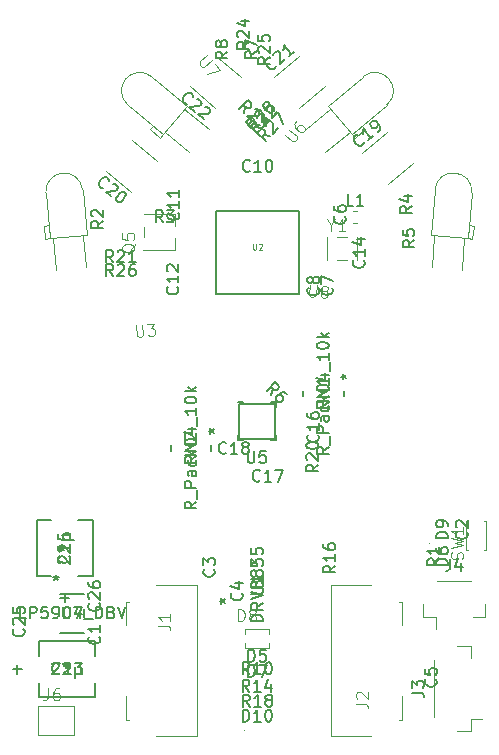
<source format=gbr>
G04 #@! TF.GenerationSoftware,KiCad,Pcbnew,(5.1.4)-1*
G04 #@! TF.CreationDate,2019-11-08T17:49:40+09:00*
G04 #@! TF.ProjectId,gekko,67656b6b-6f2e-46b6-9963-61645f706362,rev?*
G04 #@! TF.SameCoordinates,Original*
G04 #@! TF.FileFunction,Legend,Top*
G04 #@! TF.FilePolarity,Positive*
%FSLAX46Y46*%
G04 Gerber Fmt 4.6, Leading zero omitted, Abs format (unit mm)*
G04 Created by KiCad (PCBNEW (5.1.4)-1) date 2019-11-08 17:49:40*
%MOMM*%
%LPD*%
G04 APERTURE LIST*
%ADD10C,0.120000*%
%ADD11C,0.100000*%
%ADD12C,0.150000*%
%ADD13C,0.152400*%
%ADD14C,0.125000*%
G04 APERTURE END LIST*
D10*
X164840000Y-145490000D02*
X164840000Y-140610000D01*
X167960000Y-139440000D02*
X167960000Y-140490000D01*
X166810000Y-139440000D02*
X167960000Y-139440000D01*
X167960000Y-145610000D02*
X168950000Y-145610000D01*
X167960000Y-146660000D02*
X167960000Y-145610000D01*
X166810000Y-146660000D02*
X167960000Y-146660000D01*
X167181473Y-107573214D02*
X167181473Y-107573214D01*
X167414179Y-104913374D02*
X167181473Y-107573214D01*
X164594948Y-104666723D02*
X167703075Y-104938649D01*
X168199167Y-103857773D02*
X167800689Y-103822911D01*
X168039497Y-101093338D02*
G75*
G03X164931369Y-100821412I-1554064J135963D01*
G01*
X164594948Y-104666723D02*
X164931369Y-100821412D01*
X167181473Y-107573214D02*
X167414179Y-104913374D01*
X164651138Y-107351838D02*
X164651138Y-107351838D01*
X167414179Y-104913374D02*
X167414179Y-104913374D01*
X167800689Y-103822911D02*
X167703075Y-104938649D01*
X167703075Y-104938649D02*
X168039496Y-101093338D01*
X164651138Y-107351838D02*
X164883844Y-104691998D01*
X168101553Y-104973511D02*
X168199167Y-103857773D01*
X164883844Y-104691998D02*
X164883844Y-104691998D01*
X167703075Y-104938649D02*
X168101553Y-104973511D01*
X164883844Y-104691998D02*
X164651138Y-107351838D01*
X155654841Y-97611182D02*
X155654841Y-97611182D01*
X157700180Y-95894939D02*
X155654841Y-97611182D01*
X155881091Y-93727033D02*
X157886588Y-96117092D01*
X159001673Y-95703587D02*
X158744558Y-95397170D01*
X160843520Y-93635931D02*
G75*
G03X158838022Y-91245873I-1002749J1195029D01*
G01*
X155881091Y-93727033D02*
X158838022Y-91245873D01*
X155654841Y-97611182D02*
X157700180Y-95894939D01*
X154022161Y-95665429D02*
X154022161Y-95665429D01*
X157700180Y-95894939D02*
X157700180Y-95894939D01*
X158744558Y-95397170D02*
X157886588Y-96117092D01*
X157886588Y-96117092D02*
X160843520Y-93635932D01*
X154022161Y-95665429D02*
X156067499Y-93949186D01*
X158143703Y-96423510D02*
X159001673Y-95703587D01*
X156067499Y-93949186D02*
X156067499Y-93949186D01*
X157886588Y-96117092D02*
X158143703Y-96423510D01*
X156067499Y-93949186D02*
X154022161Y-95665429D01*
X143895678Y-93720048D02*
X141890181Y-96110106D01*
X144121928Y-97604196D02*
X144121928Y-97604196D01*
X141633066Y-96416524D02*
X140775096Y-95696602D01*
X144121928Y-97604196D02*
X142076589Y-95887953D01*
X143895678Y-93720048D02*
X140938746Y-91238888D01*
X145754608Y-95658443D02*
X145754608Y-95658443D01*
X141890181Y-96110106D02*
X141633066Y-96416524D01*
X143709270Y-93942201D02*
X143709270Y-93942201D01*
X145754608Y-95658443D02*
X143709270Y-93942201D01*
X141890181Y-96110106D02*
X138933249Y-93628946D01*
X140775096Y-95696602D02*
X141032211Y-95390184D01*
X141032211Y-95390184D02*
X141890181Y-96110106D01*
X142076589Y-95887953D02*
X142076589Y-95887953D01*
X142076589Y-95887953D02*
X144121928Y-97604196D01*
X138933250Y-93628946D02*
G75*
G02X140938746Y-91238888I1002748J1195029D01*
G01*
X143709270Y-93942201D02*
X145754608Y-95658443D01*
X135426220Y-104664438D02*
X132318093Y-104936364D01*
X132839695Y-107570929D02*
X132839695Y-107570929D01*
X131919615Y-104971226D02*
X131822001Y-103855488D01*
X132839695Y-107570929D02*
X132606989Y-104911089D01*
X135426220Y-104664438D02*
X135089799Y-100819126D01*
X135370030Y-107349553D02*
X135370030Y-107349553D01*
X132318093Y-104936364D02*
X131919615Y-104971226D01*
X135137324Y-104689713D02*
X135137324Y-104689713D01*
X135370030Y-107349553D02*
X135137324Y-104689713D01*
X132318093Y-104936364D02*
X131981672Y-101091052D01*
X131822001Y-103855488D02*
X132220479Y-103820626D01*
X132220479Y-103820626D02*
X132318093Y-104936364D01*
X132606989Y-104911089D02*
X132606989Y-104911089D01*
X132606989Y-104911089D02*
X132839695Y-107570929D01*
X131981673Y-101091052D02*
G75*
G02X135089799Y-100819126I1554063J135963D01*
G01*
X135137324Y-104689713D02*
X135370030Y-107349553D01*
D11*
X138750000Y-135700000D02*
X139000000Y-135700000D01*
X138750000Y-137700000D02*
X138750000Y-135700000D01*
X138750000Y-145700000D02*
X139000000Y-145700000D01*
X138750000Y-143700000D02*
X138750000Y-145700000D01*
X144750000Y-147100000D02*
X144750000Y-134300000D01*
X141350000Y-134300000D02*
X144750000Y-134300000D01*
X141350000Y-147100000D02*
X144750000Y-147100000D01*
D12*
X146400000Y-109650000D02*
X153400000Y-109650000D01*
X146400000Y-102650000D02*
X146400000Y-109650000D01*
X153400000Y-102650000D02*
X146400000Y-102650000D01*
X153400000Y-109650000D02*
X153400000Y-102650000D01*
D13*
X142544800Y-122443597D02*
X142544800Y-122920403D01*
X145999200Y-122443597D02*
X145999200Y-122920403D01*
D11*
X162100000Y-145700000D02*
X161850000Y-145700000D01*
X162100000Y-143700000D02*
X162100000Y-145700000D01*
X162100000Y-135700000D02*
X161850000Y-135700000D01*
X162100000Y-137700000D02*
X162100000Y-135700000D01*
X156100000Y-134300000D02*
X156100000Y-147100000D01*
X159500000Y-147100000D02*
X156100000Y-147100000D01*
X159500000Y-134300000D02*
X156100000Y-134300000D01*
X141480000Y-102900000D02*
X140280000Y-102900000D01*
X141480000Y-105925000D02*
X140230000Y-105925000D01*
X142930000Y-103900000D02*
X142930000Y-102900000D01*
X142930000Y-102900000D02*
X141480000Y-102900000D01*
X141480000Y-105925000D02*
X142930000Y-105925000D01*
X142930000Y-104900000D02*
X142930000Y-105925000D01*
X140280000Y-103950000D02*
X140280000Y-104850000D01*
D10*
X160927236Y-100331002D02*
X163051097Y-98548870D01*
X158728903Y-97711130D02*
X160852764Y-95928998D01*
X139232764Y-101001002D02*
X137108903Y-99218870D01*
X141431097Y-98381130D02*
X139307236Y-96598998D01*
X151258903Y-91231130D02*
X153382764Y-89448998D01*
X153457236Y-93851002D02*
X155581097Y-92068870D01*
X146337764Y-93851002D02*
X144213903Y-92068870D01*
X148536097Y-91231130D02*
X146412236Y-89448998D01*
D11*
X150880000Y-139190000D02*
X150880000Y-139590000D01*
X150880000Y-139590000D02*
X148880000Y-139590000D01*
X148880000Y-139590000D02*
X148880000Y-139190000D01*
X150880000Y-138390000D02*
X150880000Y-137990000D01*
X150880000Y-137990000D02*
X148880000Y-137990000D01*
X148880000Y-137990000D02*
X148880000Y-138390000D01*
D10*
X163940000Y-135880000D02*
X163940000Y-137030000D01*
X163940000Y-137030000D02*
X164990000Y-137030000D01*
X164990000Y-137030000D02*
X164990000Y-138020000D01*
X169160000Y-135880000D02*
X169160000Y-137030000D01*
X169160000Y-137030000D02*
X168110000Y-137030000D01*
X165110000Y-133910000D02*
X167990000Y-133910000D01*
X158012221Y-102640000D02*
X158337779Y-102640000D01*
X158012221Y-103660000D02*
X158337779Y-103660000D01*
D13*
X149469500Y-132651200D02*
X149469500Y-132397200D01*
X149850501Y-132651200D02*
X149469500Y-132651200D01*
X149850501Y-132397200D02*
X149850501Y-132651200D01*
X149469500Y-132397200D02*
X149850501Y-132397200D01*
D12*
X148240000Y-118800000D02*
X148640000Y-118800000D01*
X148240000Y-122000000D02*
X148240000Y-121600000D01*
X151440000Y-122000000D02*
X151440000Y-121600000D01*
X151440000Y-118800000D02*
X151440000Y-119200000D01*
X151440000Y-122000000D02*
X151040000Y-122000000D01*
X148240000Y-122000000D02*
X148640000Y-122000000D01*
X151440000Y-118800000D02*
X151040000Y-118800000D01*
X148350000Y-118940000D02*
X151350000Y-118940000D01*
X151350000Y-118940000D02*
X151350000Y-121940000D01*
X151350000Y-121940000D02*
X148350000Y-121940000D01*
X148350000Y-121940000D02*
X148350000Y-118940000D01*
D11*
X158350000Y-106800000D02*
X158350000Y-104800000D01*
X157450000Y-106800000D02*
X156650000Y-106800000D01*
X157450000Y-104800000D02*
X156650000Y-104800000D01*
X155750000Y-104800000D02*
X155750000Y-106800000D01*
X167750000Y-128850000D02*
X167550000Y-128850000D01*
X167550000Y-128850000D02*
X167550000Y-131300000D01*
X167550000Y-131300000D02*
X167750000Y-131300000D01*
X169100000Y-128850000D02*
X169275000Y-128850000D01*
X169275000Y-128850000D02*
X169275000Y-131275000D01*
X169275000Y-131275000D02*
X169100000Y-131275000D01*
X148820000Y-141478000D02*
G75*
G03X148820000Y-141478000I-50000J0D01*
G01*
X164450000Y-130785000D02*
G75*
G03X164450000Y-130785000I-50000J0D01*
G01*
X148820000Y-142748000D02*
G75*
G03X148820000Y-142748000I-50000J0D01*
G01*
X164450000Y-128510000D02*
G75*
G03X164450000Y-128510000I-50000J0D01*
G01*
X148820000Y-146558000D02*
G75*
G03X148820000Y-146558000I-50000J0D01*
G01*
D13*
X136174900Y-140260861D02*
X136174900Y-139025100D01*
X131425100Y-142539139D02*
X131425100Y-143774900D01*
X131425100Y-139025100D02*
X131425100Y-140260861D01*
X136174900Y-139025100D02*
X131425100Y-139025100D01*
X136174900Y-143774900D02*
X136174900Y-142539139D01*
X131425100Y-143774900D02*
X136174900Y-143774900D01*
X129578901Y-141019000D02*
X129578901Y-141781000D01*
X129959901Y-141400000D02*
X129197901Y-141400000D01*
X133600000Y-134990099D02*
X133600000Y-135752099D01*
X133219000Y-135371099D02*
X133981000Y-135371099D01*
X135974900Y-133524900D02*
X135974900Y-128775100D01*
X135974900Y-128775100D02*
X134739139Y-128775100D01*
X131225100Y-128775100D02*
X131225100Y-133524900D01*
X131225100Y-133524900D02*
X132460861Y-133524900D01*
X134739139Y-133524900D02*
X135974900Y-133524900D01*
X132460861Y-128775100D02*
X131225100Y-128775100D01*
X133196700Y-138301000D02*
X135203300Y-138301000D01*
X135203300Y-136983261D02*
X135203300Y-136316739D01*
X135203300Y-134999000D02*
X133196700Y-134999000D01*
X157207200Y-117831597D02*
X157207200Y-118308403D01*
X153752800Y-117831597D02*
X153752800Y-118308403D01*
D11*
X134350000Y-146960000D02*
X134350000Y-145750000D01*
X131300000Y-146950000D02*
X134350000Y-146960000D01*
X131300000Y-145750000D02*
X131300000Y-146950000D01*
X131300000Y-144550000D02*
X131300000Y-145750000D01*
X134350000Y-144550000D02*
X131300000Y-144550000D01*
X134350000Y-145750000D02*
X134350000Y-144550000D01*
D12*
X163002380Y-143383333D02*
X163716666Y-143383333D01*
X163859523Y-143430952D01*
X163954761Y-143526190D01*
X164002380Y-143669047D01*
X164002380Y-143764285D01*
X163002380Y-143002380D02*
X163002380Y-142383333D01*
X163383333Y-142716666D01*
X163383333Y-142573809D01*
X163430952Y-142478571D01*
X163478571Y-142430952D01*
X163573809Y-142383333D01*
X163811904Y-142383333D01*
X163907142Y-142430952D01*
X163954761Y-142478571D01*
X164002380Y-142573809D01*
X164002380Y-142859523D01*
X163954761Y-142954761D01*
X163907142Y-143002380D01*
D11*
X154329354Y-108850318D02*
X154258800Y-109656761D01*
X154297937Y-109755787D01*
X154341224Y-109807375D01*
X154431950Y-109863114D01*
X154621701Y-109879715D01*
X154720727Y-109840578D01*
X154772315Y-109797290D01*
X154828054Y-109706565D01*
X154898608Y-108900121D01*
X155477948Y-109381015D02*
X155387222Y-109325277D01*
X155343935Y-109273689D01*
X155304797Y-109174663D01*
X155308948Y-109127225D01*
X155364686Y-109036500D01*
X155416274Y-108993212D01*
X155515300Y-108954075D01*
X155705052Y-108970676D01*
X155795777Y-109026414D01*
X155839065Y-109078002D01*
X155878202Y-109177028D01*
X155874052Y-109224466D01*
X155818313Y-109315192D01*
X155766725Y-109358479D01*
X155667699Y-109397616D01*
X155477948Y-109381015D01*
X155378922Y-109420153D01*
X155327334Y-109463440D01*
X155271595Y-109554166D01*
X155254994Y-109743917D01*
X155294132Y-109842943D01*
X155337419Y-109894531D01*
X155428144Y-109950269D01*
X155617896Y-109966871D01*
X155716922Y-109927733D01*
X155768510Y-109884446D01*
X155824248Y-109793720D01*
X155840849Y-109603969D01*
X155801712Y-109504943D01*
X155758425Y-109453355D01*
X155667699Y-109397616D01*
X145663971Y-89426411D02*
X145043840Y-89946763D01*
X145001492Y-90044459D01*
X144995623Y-90111546D01*
X145020362Y-90215112D01*
X145142798Y-90361025D01*
X145240494Y-90403373D01*
X145307582Y-90409242D01*
X145411147Y-90384502D01*
X146031278Y-89864151D01*
X146276150Y-90155977D02*
X146704675Y-90666673D01*
X145663150Y-90981156D01*
X152229659Y-96159703D02*
X152849790Y-96680055D01*
X152953356Y-96704794D01*
X153020443Y-96698925D01*
X153118139Y-96656577D01*
X153240575Y-96510664D01*
X153265315Y-96407098D01*
X153259445Y-96340011D01*
X153217097Y-96242315D01*
X152596966Y-95721963D01*
X153178536Y-95028875D02*
X153056100Y-95174788D01*
X153031361Y-95278354D01*
X153037230Y-95345441D01*
X153085447Y-95510225D01*
X153200751Y-95669139D01*
X153492578Y-95914010D01*
X153596143Y-95938750D01*
X153663231Y-95932880D01*
X153760927Y-95890533D01*
X153883363Y-95744619D01*
X153908102Y-95641054D01*
X153902233Y-95573967D01*
X153859885Y-95476270D01*
X153677494Y-95323226D01*
X153573928Y-95298486D01*
X153506841Y-95304356D01*
X153409145Y-95346703D01*
X153286709Y-95492616D01*
X153261969Y-95596182D01*
X153267839Y-95663269D01*
X153310186Y-95760965D01*
X139594138Y-112282550D02*
X139664693Y-113088993D01*
X139720431Y-113179718D01*
X139772019Y-113223006D01*
X139871045Y-113262143D01*
X140060796Y-113245542D01*
X140151522Y-113189804D01*
X140194809Y-113138216D01*
X140233947Y-113039190D01*
X140163392Y-112232746D01*
X140542895Y-112199544D02*
X141159587Y-112145591D01*
X140860724Y-112554145D01*
X141003037Y-112541694D01*
X141102063Y-112580832D01*
X141153652Y-112624119D01*
X141209390Y-112714845D01*
X141230141Y-112952034D01*
X141191004Y-113051060D01*
X141147716Y-113102648D01*
X141056991Y-113158386D01*
X140772364Y-113183288D01*
X140673338Y-113144151D01*
X140621750Y-113100863D01*
X141502380Y-137733333D02*
X142216666Y-137733333D01*
X142359523Y-137780952D01*
X142454761Y-137876190D01*
X142502380Y-138019047D01*
X142502380Y-138114285D01*
X142502380Y-136733333D02*
X142502380Y-137304761D01*
X142502380Y-137019047D02*
X141502380Y-137019047D01*
X141645238Y-137114285D01*
X141740476Y-137209523D01*
X141788095Y-137304761D01*
D14*
X149519047Y-105376190D02*
X149519047Y-105780952D01*
X149542857Y-105828571D01*
X149566666Y-105852380D01*
X149614285Y-105876190D01*
X149709523Y-105876190D01*
X149757142Y-105852380D01*
X149780952Y-105828571D01*
X149804761Y-105780952D01*
X149804761Y-105376190D01*
X150019047Y-105423809D02*
X150042857Y-105400000D01*
X150090476Y-105376190D01*
X150209523Y-105376190D01*
X150257142Y-105400000D01*
X150280952Y-105423809D01*
X150304761Y-105471428D01*
X150304761Y-105519047D01*
X150280952Y-105590476D01*
X149995238Y-105876190D01*
X150304761Y-105876190D01*
D12*
X144724380Y-123372476D02*
X144248190Y-123705809D01*
X144724380Y-123943904D02*
X143724380Y-123943904D01*
X143724380Y-123562952D01*
X143772000Y-123467714D01*
X143819619Y-123420095D01*
X143914857Y-123372476D01*
X144057714Y-123372476D01*
X144152952Y-123420095D01*
X144200571Y-123467714D01*
X144248190Y-123562952D01*
X144248190Y-123943904D01*
X144724380Y-122943904D02*
X143724380Y-122943904D01*
X144724380Y-122372476D01*
X143724380Y-122372476D01*
X143819619Y-121943904D02*
X143772000Y-121896285D01*
X143724380Y-121801047D01*
X143724380Y-121562952D01*
X143772000Y-121467714D01*
X143819619Y-121420095D01*
X143914857Y-121372476D01*
X144010095Y-121372476D01*
X144152952Y-121420095D01*
X144724380Y-121991523D01*
X144724380Y-121372476D01*
X144724380Y-127229619D02*
X144248190Y-127562952D01*
X144724380Y-127801047D02*
X143724380Y-127801047D01*
X143724380Y-127420095D01*
X143772000Y-127324857D01*
X143819619Y-127277238D01*
X143914857Y-127229619D01*
X144057714Y-127229619D01*
X144152952Y-127277238D01*
X144200571Y-127324857D01*
X144248190Y-127420095D01*
X144248190Y-127801047D01*
X144819619Y-127039142D02*
X144819619Y-126277238D01*
X144724380Y-126039142D02*
X143724380Y-126039142D01*
X143724380Y-125658190D01*
X143772000Y-125562952D01*
X143819619Y-125515333D01*
X143914857Y-125467714D01*
X144057714Y-125467714D01*
X144152952Y-125515333D01*
X144200571Y-125562952D01*
X144248190Y-125658190D01*
X144248190Y-126039142D01*
X144724380Y-124610571D02*
X144200571Y-124610571D01*
X144105333Y-124658190D01*
X144057714Y-124753428D01*
X144057714Y-124943904D01*
X144105333Y-125039142D01*
X144676761Y-124610571D02*
X144724380Y-124705809D01*
X144724380Y-124943904D01*
X144676761Y-125039142D01*
X144581523Y-125086761D01*
X144486285Y-125086761D01*
X144391047Y-125039142D01*
X144343428Y-124943904D01*
X144343428Y-124705809D01*
X144295809Y-124610571D01*
X144676761Y-123705809D02*
X144724380Y-123801047D01*
X144724380Y-123991523D01*
X144676761Y-124086761D01*
X144629142Y-124134380D01*
X144533904Y-124182000D01*
X144248190Y-124182000D01*
X144152952Y-124134380D01*
X144105333Y-124086761D01*
X144057714Y-123991523D01*
X144057714Y-123801047D01*
X144105333Y-123705809D01*
X144724380Y-123277238D02*
X143724380Y-123277238D01*
X144343428Y-123182000D02*
X144724380Y-122896285D01*
X144057714Y-122896285D02*
X144438666Y-123277238D01*
X143724380Y-122277238D02*
X143724380Y-122182000D01*
X143772000Y-122086761D01*
X143819619Y-122039142D01*
X143914857Y-121991523D01*
X144105333Y-121943904D01*
X144343428Y-121943904D01*
X144533904Y-121991523D01*
X144629142Y-122039142D01*
X144676761Y-122086761D01*
X144724380Y-122182000D01*
X144724380Y-122277238D01*
X144676761Y-122372476D01*
X144629142Y-122420095D01*
X144533904Y-122467714D01*
X144343428Y-122515333D01*
X144105333Y-122515333D01*
X143914857Y-122467714D01*
X143819619Y-122420095D01*
X143772000Y-122372476D01*
X143724380Y-122277238D01*
X144057714Y-121086761D02*
X144724380Y-121086761D01*
X143676761Y-121324857D02*
X144391047Y-121562952D01*
X144391047Y-120943904D01*
X144819619Y-120801047D02*
X144819619Y-120039142D01*
X144724380Y-119277238D02*
X144724380Y-119848666D01*
X144724380Y-119562952D02*
X143724380Y-119562952D01*
X143867238Y-119658190D01*
X143962476Y-119753428D01*
X144010095Y-119848666D01*
X143724380Y-118658190D02*
X143724380Y-118562952D01*
X143772000Y-118467714D01*
X143819619Y-118420095D01*
X143914857Y-118372476D01*
X144105333Y-118324857D01*
X144343428Y-118324857D01*
X144533904Y-118372476D01*
X144629142Y-118420095D01*
X144676761Y-118467714D01*
X144724380Y-118562952D01*
X144724380Y-118658190D01*
X144676761Y-118753428D01*
X144629142Y-118801047D01*
X144533904Y-118848666D01*
X144343428Y-118896285D01*
X144105333Y-118896285D01*
X143914857Y-118848666D01*
X143819619Y-118801047D01*
X143772000Y-118753428D01*
X143724380Y-118658190D01*
X144724380Y-117896285D02*
X143724380Y-117896285D01*
X144343428Y-117801047D02*
X144724380Y-117515333D01*
X144057714Y-117515333D02*
X144438666Y-117896285D01*
X145756380Y-121246900D02*
X145994476Y-121246900D01*
X145899238Y-121484995D02*
X145994476Y-121246900D01*
X145899238Y-121008804D01*
X146184952Y-121389757D02*
X145994476Y-121246900D01*
X146184952Y-121104042D01*
D11*
X158252380Y-144333333D02*
X158966666Y-144333333D01*
X159109523Y-144380952D01*
X159204761Y-144476190D01*
X159252380Y-144619047D01*
X159252380Y-144714285D01*
X158347619Y-143904761D02*
X158300000Y-143857142D01*
X158252380Y-143761904D01*
X158252380Y-143523809D01*
X158300000Y-143428571D01*
X158347619Y-143380952D01*
X158442857Y-143333333D01*
X158538095Y-143333333D01*
X158680952Y-143380952D01*
X159252380Y-143952380D01*
X159252380Y-143333333D01*
X139557619Y-105375238D02*
X139510000Y-105470476D01*
X139414761Y-105565714D01*
X139271904Y-105708571D01*
X139224285Y-105803809D01*
X139224285Y-105899047D01*
X139462380Y-105851428D02*
X139414761Y-105946666D01*
X139319523Y-106041904D01*
X139129047Y-106089523D01*
X138795714Y-106089523D01*
X138605238Y-106041904D01*
X138510000Y-105946666D01*
X138462380Y-105851428D01*
X138462380Y-105660952D01*
X138510000Y-105565714D01*
X138605238Y-105470476D01*
X138795714Y-105422857D01*
X139129047Y-105422857D01*
X139319523Y-105470476D01*
X139414761Y-105565714D01*
X139462380Y-105660952D01*
X139462380Y-105851428D01*
X138462380Y-104518095D02*
X138462380Y-104994285D01*
X138938571Y-105041904D01*
X138890952Y-104994285D01*
X138843333Y-104899047D01*
X138843333Y-104660952D01*
X138890952Y-104565714D01*
X138938571Y-104518095D01*
X139033809Y-104470476D01*
X139271904Y-104470476D01*
X139367142Y-104518095D01*
X139414761Y-104565714D01*
X139462380Y-104660952D01*
X139462380Y-104899047D01*
X139414761Y-104994285D01*
X139367142Y-105041904D01*
D12*
X158923722Y-96786789D02*
X158917853Y-96853877D01*
X158839027Y-96982182D01*
X158766070Y-97043400D01*
X158626027Y-97098748D01*
X158491852Y-97087009D01*
X158394156Y-97044662D01*
X158235242Y-96929357D01*
X158143415Y-96819922D01*
X158057458Y-96643400D01*
X158032718Y-96539835D01*
X158044457Y-96405660D01*
X158123283Y-96277355D01*
X158196239Y-96216137D01*
X158336283Y-96160789D01*
X158403370Y-96166658D01*
X159714506Y-96247567D02*
X159276767Y-96614875D01*
X159495637Y-96431221D02*
X158852849Y-95665177D01*
X158871719Y-95835829D01*
X158859980Y-95970004D01*
X158817633Y-96067700D01*
X160079289Y-95941478D02*
X160225203Y-95819042D01*
X160267550Y-95721346D01*
X160273420Y-95654259D01*
X160254550Y-95483606D01*
X160168592Y-95307084D01*
X159923721Y-95015257D01*
X159826024Y-94972910D01*
X159758937Y-94967040D01*
X159655372Y-94991780D01*
X159509458Y-95114216D01*
X159467111Y-95211912D01*
X159461241Y-95278999D01*
X159485981Y-95382565D01*
X159639026Y-95564956D01*
X159736722Y-95607304D01*
X159803809Y-95613173D01*
X159907375Y-95588434D01*
X160053288Y-95465998D01*
X160095635Y-95368302D01*
X160101505Y-95301215D01*
X160076765Y-95197649D01*
X136844588Y-100690384D02*
X136777501Y-100696254D01*
X136637457Y-100640905D01*
X136564501Y-100579687D01*
X136485675Y-100451382D01*
X136473936Y-100317208D01*
X136498675Y-100213642D01*
X136584633Y-100037120D01*
X136676460Y-99927685D01*
X136835374Y-99812381D01*
X136933070Y-99770033D01*
X137067244Y-99758294D01*
X137207288Y-99813643D01*
X137280245Y-99874861D01*
X137359071Y-100003166D01*
X137364940Y-100070253D01*
X137656767Y-100315124D02*
X137723854Y-100309255D01*
X137827419Y-100333995D01*
X138009811Y-100487039D01*
X138052159Y-100584735D01*
X138058028Y-100651823D01*
X138033288Y-100755388D01*
X137972071Y-100828345D01*
X137843766Y-100907171D01*
X137038719Y-100977603D01*
X137512937Y-101375519D01*
X138629942Y-101007391D02*
X138702899Y-101068609D01*
X138745247Y-101166305D01*
X138751116Y-101233392D01*
X138726376Y-101336958D01*
X138640419Y-101513480D01*
X138487374Y-101695872D01*
X138328460Y-101811176D01*
X138230764Y-101853524D01*
X138163677Y-101859393D01*
X138060111Y-101834653D01*
X137987155Y-101773436D01*
X137944807Y-101675739D01*
X137938938Y-101608652D01*
X137963677Y-101505087D01*
X138049635Y-101328565D01*
X138202679Y-101146173D01*
X138361593Y-101030869D01*
X138459289Y-100988521D01*
X138526377Y-100982652D01*
X138629942Y-101007391D01*
X151453722Y-90306789D02*
X151447853Y-90373877D01*
X151369027Y-90502182D01*
X151296070Y-90563400D01*
X151156027Y-90618748D01*
X151021852Y-90607009D01*
X150924156Y-90564662D01*
X150765242Y-90449357D01*
X150673415Y-90339922D01*
X150587458Y-90163400D01*
X150562718Y-90059835D01*
X150574457Y-89925660D01*
X150653283Y-89797355D01*
X150726239Y-89736137D01*
X150866283Y-89680789D01*
X150933370Y-89686658D01*
X151225197Y-89441787D02*
X151231066Y-89374699D01*
X151273414Y-89277003D01*
X151455806Y-89123959D01*
X151559371Y-89099219D01*
X151626458Y-89105088D01*
X151724154Y-89147436D01*
X151785372Y-89220393D01*
X151840721Y-89360437D01*
X151770288Y-90165483D01*
X152244506Y-89767567D01*
X152974073Y-89155389D02*
X152536333Y-89522696D01*
X152755203Y-89339042D02*
X152112415Y-88572998D01*
X152131285Y-88743651D01*
X152119546Y-88877825D01*
X152077199Y-88975521D01*
X143949588Y-93540384D02*
X143882501Y-93546254D01*
X143742457Y-93490905D01*
X143669501Y-93429687D01*
X143590675Y-93301382D01*
X143578936Y-93167208D01*
X143603675Y-93063642D01*
X143689633Y-92887120D01*
X143781460Y-92777685D01*
X143940374Y-92662381D01*
X144038070Y-92620033D01*
X144172244Y-92608294D01*
X144312288Y-92663643D01*
X144385245Y-92724861D01*
X144464071Y-92853166D01*
X144469940Y-92920253D01*
X144761767Y-93165124D02*
X144828854Y-93159255D01*
X144932419Y-93183995D01*
X145114811Y-93337039D01*
X145157159Y-93434735D01*
X145163028Y-93501823D01*
X145138288Y-93605388D01*
X145077071Y-93678345D01*
X144948766Y-93757171D01*
X144143719Y-93827603D01*
X144617937Y-94225519D01*
X145491333Y-93777303D02*
X145558420Y-93771434D01*
X145661986Y-93796173D01*
X145844377Y-93949218D01*
X145886725Y-94046914D01*
X145892594Y-94114001D01*
X145867855Y-94217567D01*
X145806637Y-94290524D01*
X145678332Y-94369350D01*
X144873285Y-94439782D01*
X145347503Y-94837698D01*
D11*
X148241904Y-137342380D02*
X148241904Y-136342380D01*
X148480000Y-136342380D01*
X148622857Y-136390000D01*
X148718095Y-136485238D01*
X148765714Y-136580476D01*
X148813333Y-136770952D01*
X148813333Y-136913809D01*
X148765714Y-137104285D01*
X148718095Y-137199523D01*
X148622857Y-137294761D01*
X148480000Y-137342380D01*
X148241904Y-137342380D01*
X149384761Y-136770952D02*
X149289523Y-136723333D01*
X149241904Y-136675714D01*
X149194285Y-136580476D01*
X149194285Y-136532857D01*
X149241904Y-136437619D01*
X149289523Y-136390000D01*
X149384761Y-136342380D01*
X149575238Y-136342380D01*
X149670476Y-136390000D01*
X149718095Y-136437619D01*
X149765714Y-136532857D01*
X149765714Y-136580476D01*
X149718095Y-136675714D01*
X149670476Y-136723333D01*
X149575238Y-136770952D01*
X149384761Y-136770952D01*
X149289523Y-136818571D01*
X149241904Y-136866190D01*
X149194285Y-136961428D01*
X149194285Y-137151904D01*
X149241904Y-137247142D01*
X149289523Y-137294761D01*
X149384761Y-137342380D01*
X149575238Y-137342380D01*
X149670476Y-137294761D01*
X149718095Y-137247142D01*
X149765714Y-137151904D01*
X149765714Y-136961428D01*
X149718095Y-136866190D01*
X149670476Y-136818571D01*
X149575238Y-136770952D01*
D12*
X166216666Y-132072380D02*
X166216666Y-132786666D01*
X166169047Y-132929523D01*
X166073809Y-133024761D01*
X165930952Y-133072380D01*
X165835714Y-133072380D01*
X167121428Y-132405714D02*
X167121428Y-133072380D01*
X166883333Y-132024761D02*
X166645238Y-132739047D01*
X167264285Y-132739047D01*
X158008333Y-102172380D02*
X157532142Y-102172380D01*
X157532142Y-101172380D01*
X158865476Y-102172380D02*
X158294047Y-102172380D01*
X158579761Y-102172380D02*
X158579761Y-101172380D01*
X158484523Y-101315238D01*
X158389285Y-101410476D01*
X158294047Y-101458095D01*
X149362380Y-135021904D02*
X150171904Y-135021904D01*
X150267142Y-134974285D01*
X150314761Y-134926666D01*
X150362380Y-134831428D01*
X150362380Y-134640952D01*
X150314761Y-134545714D01*
X150267142Y-134498095D01*
X150171904Y-134450476D01*
X149362380Y-134450476D01*
X150362380Y-133450476D02*
X150362380Y-134021904D01*
X150362380Y-133736190D02*
X149362380Y-133736190D01*
X149505238Y-133831428D01*
X149600476Y-133926666D01*
X149648095Y-134021904D01*
X150362380Y-137355238D02*
X149362380Y-137355238D01*
X149362380Y-137117142D01*
X149410000Y-136974285D01*
X149505238Y-136879047D01*
X149600476Y-136831428D01*
X149790952Y-136783809D01*
X149933809Y-136783809D01*
X150124285Y-136831428D01*
X150219523Y-136879047D01*
X150314761Y-136974285D01*
X150362380Y-137117142D01*
X150362380Y-137355238D01*
X150362380Y-135783809D02*
X149886190Y-136117142D01*
X150362380Y-136355238D02*
X149362380Y-136355238D01*
X149362380Y-135974285D01*
X149410000Y-135879047D01*
X149457619Y-135831428D01*
X149552857Y-135783809D01*
X149695714Y-135783809D01*
X149790952Y-135831428D01*
X149838571Y-135879047D01*
X149886190Y-135974285D01*
X149886190Y-136355238D01*
X149362380Y-135498095D02*
X150362380Y-135164761D01*
X149362380Y-134831428D01*
X149790952Y-134355238D02*
X149743333Y-134450476D01*
X149695714Y-134498095D01*
X149600476Y-134545714D01*
X149552857Y-134545714D01*
X149457619Y-134498095D01*
X149410000Y-134450476D01*
X149362380Y-134355238D01*
X149362380Y-134164761D01*
X149410000Y-134069523D01*
X149457619Y-134021904D01*
X149552857Y-133974285D01*
X149600476Y-133974285D01*
X149695714Y-134021904D01*
X149743333Y-134069523D01*
X149790952Y-134164761D01*
X149790952Y-134355238D01*
X149838571Y-134450476D01*
X149886190Y-134498095D01*
X149981428Y-134545714D01*
X150171904Y-134545714D01*
X150267142Y-134498095D01*
X150314761Y-134450476D01*
X150362380Y-134355238D01*
X150362380Y-134164761D01*
X150314761Y-134069523D01*
X150267142Y-134021904D01*
X150171904Y-133974285D01*
X149981428Y-133974285D01*
X149886190Y-134021904D01*
X149838571Y-134069523D01*
X149790952Y-134164761D01*
X149790952Y-133402857D02*
X149743333Y-133498095D01*
X149695714Y-133545714D01*
X149600476Y-133593333D01*
X149552857Y-133593333D01*
X149457619Y-133545714D01*
X149410000Y-133498095D01*
X149362380Y-133402857D01*
X149362380Y-133212380D01*
X149410000Y-133117142D01*
X149457619Y-133069523D01*
X149552857Y-133021904D01*
X149600476Y-133021904D01*
X149695714Y-133069523D01*
X149743333Y-133117142D01*
X149790952Y-133212380D01*
X149790952Y-133402857D01*
X149838571Y-133498095D01*
X149886190Y-133545714D01*
X149981428Y-133593333D01*
X150171904Y-133593333D01*
X150267142Y-133545714D01*
X150314761Y-133498095D01*
X150362380Y-133402857D01*
X150362380Y-133212380D01*
X150314761Y-133117142D01*
X150267142Y-133069523D01*
X150171904Y-133021904D01*
X149981428Y-133021904D01*
X149886190Y-133069523D01*
X149838571Y-133117142D01*
X149790952Y-133212380D01*
X149362380Y-132688571D02*
X149362380Y-132069523D01*
X149743333Y-132402857D01*
X149743333Y-132260000D01*
X149790952Y-132164761D01*
X149838571Y-132117142D01*
X149933809Y-132069523D01*
X150171904Y-132069523D01*
X150267142Y-132117142D01*
X150314761Y-132164761D01*
X150362380Y-132260000D01*
X150362380Y-132545714D01*
X150314761Y-132640952D01*
X150267142Y-132688571D01*
X149362380Y-131164761D02*
X149362380Y-131640952D01*
X149838571Y-131688571D01*
X149790952Y-131640952D01*
X149743333Y-131545714D01*
X149743333Y-131307619D01*
X149790952Y-131212380D01*
X149838571Y-131164761D01*
X149933809Y-131117142D01*
X150171904Y-131117142D01*
X150267142Y-131164761D01*
X150314761Y-131212380D01*
X150362380Y-131307619D01*
X150362380Y-131545714D01*
X150314761Y-131640952D01*
X150267142Y-131688571D01*
X146689472Y-135618737D02*
X146927568Y-135618737D01*
X146832330Y-135856832D02*
X146927568Y-135618737D01*
X146832330Y-135380641D01*
X147118044Y-135761594D02*
X146927568Y-135618737D01*
X147118044Y-135475879D01*
X149058095Y-122932380D02*
X149058095Y-123741904D01*
X149105714Y-123837142D01*
X149153333Y-123884761D01*
X149248571Y-123932380D01*
X149439047Y-123932380D01*
X149534285Y-123884761D01*
X149581904Y-123837142D01*
X149629523Y-123741904D01*
X149629523Y-122932380D01*
X150581904Y-122932380D02*
X150105714Y-122932380D01*
X150058095Y-123408571D01*
X150105714Y-123360952D01*
X150200952Y-123313333D01*
X150439047Y-123313333D01*
X150534285Y-123360952D01*
X150581904Y-123408571D01*
X150629523Y-123503809D01*
X150629523Y-123741904D01*
X150581904Y-123837142D01*
X150534285Y-123884761D01*
X150439047Y-123932380D01*
X150200952Y-123932380D01*
X150105714Y-123884761D01*
X150058095Y-123837142D01*
D11*
X156143809Y-103836190D02*
X156143809Y-104312380D01*
X155810476Y-103312380D02*
X156143809Y-103836190D01*
X156477142Y-103312380D01*
X157334285Y-104312380D02*
X156762857Y-104312380D01*
X157048571Y-104312380D02*
X157048571Y-103312380D01*
X156953333Y-103455238D01*
X156858095Y-103550476D01*
X156762857Y-103598095D01*
D12*
X136487142Y-138651666D02*
X136534761Y-138699285D01*
X136582380Y-138842142D01*
X136582380Y-138937380D01*
X136534761Y-139080238D01*
X136439523Y-139175476D01*
X136344285Y-139223095D01*
X136153809Y-139270714D01*
X136010952Y-139270714D01*
X135820476Y-139223095D01*
X135725238Y-139175476D01*
X135630000Y-139080238D01*
X135582380Y-138937380D01*
X135582380Y-138842142D01*
X135630000Y-138699285D01*
X135677619Y-138651666D01*
X136582380Y-137699285D02*
X136582380Y-138270714D01*
X136582380Y-137985000D02*
X135582380Y-137985000D01*
X135725238Y-138080238D01*
X135820476Y-138175476D01*
X135868095Y-138270714D01*
X167602142Y-129766666D02*
X167649761Y-129814285D01*
X167697380Y-129957142D01*
X167697380Y-130052380D01*
X167649761Y-130195238D01*
X167554523Y-130290476D01*
X167459285Y-130338095D01*
X167268809Y-130385714D01*
X167125952Y-130385714D01*
X166935476Y-130338095D01*
X166840238Y-130290476D01*
X166745000Y-130195238D01*
X166697380Y-130052380D01*
X166697380Y-129957142D01*
X166745000Y-129814285D01*
X166792619Y-129766666D01*
X166792619Y-129385714D02*
X166745000Y-129338095D01*
X166697380Y-129242857D01*
X166697380Y-129004761D01*
X166745000Y-128909523D01*
X166792619Y-128861904D01*
X166887857Y-128814285D01*
X166983095Y-128814285D01*
X167125952Y-128861904D01*
X167697380Y-129433333D01*
X167697380Y-128814285D01*
X146207142Y-132946666D02*
X146254761Y-132994285D01*
X146302380Y-133137142D01*
X146302380Y-133232380D01*
X146254761Y-133375238D01*
X146159523Y-133470476D01*
X146064285Y-133518095D01*
X145873809Y-133565714D01*
X145730952Y-133565714D01*
X145540476Y-133518095D01*
X145445238Y-133470476D01*
X145350000Y-133375238D01*
X145302380Y-133232380D01*
X145302380Y-133137142D01*
X145350000Y-132994285D01*
X145397619Y-132946666D01*
X145302380Y-132613333D02*
X145302380Y-131994285D01*
X145683333Y-132327619D01*
X145683333Y-132184761D01*
X145730952Y-132089523D01*
X145778571Y-132041904D01*
X145873809Y-131994285D01*
X146111904Y-131994285D01*
X146207142Y-132041904D01*
X146254761Y-132089523D01*
X146302380Y-132184761D01*
X146302380Y-132470476D01*
X146254761Y-132565714D01*
X146207142Y-132613333D01*
X148557142Y-134966666D02*
X148604761Y-135014285D01*
X148652380Y-135157142D01*
X148652380Y-135252380D01*
X148604761Y-135395238D01*
X148509523Y-135490476D01*
X148414285Y-135538095D01*
X148223809Y-135585714D01*
X148080952Y-135585714D01*
X147890476Y-135538095D01*
X147795238Y-135490476D01*
X147700000Y-135395238D01*
X147652380Y-135252380D01*
X147652380Y-135157142D01*
X147700000Y-135014285D01*
X147747619Y-134966666D01*
X147985714Y-134109523D02*
X148652380Y-134109523D01*
X147604761Y-134347619D02*
X148319047Y-134585714D01*
X148319047Y-133966666D01*
X164977142Y-142261666D02*
X165024761Y-142309285D01*
X165072380Y-142452142D01*
X165072380Y-142547380D01*
X165024761Y-142690238D01*
X164929523Y-142785476D01*
X164834285Y-142833095D01*
X164643809Y-142880714D01*
X164500952Y-142880714D01*
X164310476Y-142833095D01*
X164215238Y-142785476D01*
X164120000Y-142690238D01*
X164072380Y-142547380D01*
X164072380Y-142452142D01*
X164120000Y-142309285D01*
X164167619Y-142261666D01*
X164072380Y-141356904D02*
X164072380Y-141833095D01*
X164548571Y-141880714D01*
X164500952Y-141833095D01*
X164453333Y-141737857D01*
X164453333Y-141499761D01*
X164500952Y-141404523D01*
X164548571Y-141356904D01*
X164643809Y-141309285D01*
X164881904Y-141309285D01*
X164977142Y-141356904D01*
X165024761Y-141404523D01*
X165072380Y-141499761D01*
X165072380Y-141737857D01*
X165024761Y-141833095D01*
X164977142Y-141880714D01*
X157277142Y-103066666D02*
X157324761Y-103114285D01*
X157372380Y-103257142D01*
X157372380Y-103352380D01*
X157324761Y-103495238D01*
X157229523Y-103590476D01*
X157134285Y-103638095D01*
X156943809Y-103685714D01*
X156800952Y-103685714D01*
X156610476Y-103638095D01*
X156515238Y-103590476D01*
X156420000Y-103495238D01*
X156372380Y-103352380D01*
X156372380Y-103257142D01*
X156420000Y-103114285D01*
X156467619Y-103066666D01*
X156372380Y-102209523D02*
X156372380Y-102400000D01*
X156420000Y-102495238D01*
X156467619Y-102542857D01*
X156610476Y-102638095D01*
X156800952Y-102685714D01*
X157181904Y-102685714D01*
X157277142Y-102638095D01*
X157324761Y-102590476D01*
X157372380Y-102495238D01*
X157372380Y-102304761D01*
X157324761Y-102209523D01*
X157277142Y-102161904D01*
X157181904Y-102114285D01*
X156943809Y-102114285D01*
X156848571Y-102161904D01*
X156800952Y-102209523D01*
X156753333Y-102304761D01*
X156753333Y-102495238D01*
X156800952Y-102590476D01*
X156848571Y-102638095D01*
X156943809Y-102685714D01*
X156187142Y-109106666D02*
X156234761Y-109154285D01*
X156282380Y-109297142D01*
X156282380Y-109392380D01*
X156234761Y-109535238D01*
X156139523Y-109630476D01*
X156044285Y-109678095D01*
X155853809Y-109725714D01*
X155710952Y-109725714D01*
X155520476Y-109678095D01*
X155425238Y-109630476D01*
X155330000Y-109535238D01*
X155282380Y-109392380D01*
X155282380Y-109297142D01*
X155330000Y-109154285D01*
X155377619Y-109106666D01*
X155282380Y-108773333D02*
X155282380Y-108106666D01*
X156282380Y-108535238D01*
X155037142Y-109116666D02*
X155084761Y-109164285D01*
X155132380Y-109307142D01*
X155132380Y-109402380D01*
X155084761Y-109545238D01*
X154989523Y-109640476D01*
X154894285Y-109688095D01*
X154703809Y-109735714D01*
X154560952Y-109735714D01*
X154370476Y-109688095D01*
X154275238Y-109640476D01*
X154180000Y-109545238D01*
X154132380Y-109402380D01*
X154132380Y-109307142D01*
X154180000Y-109164285D01*
X154227619Y-109116666D01*
X154560952Y-108545238D02*
X154513333Y-108640476D01*
X154465714Y-108688095D01*
X154370476Y-108735714D01*
X154322857Y-108735714D01*
X154227619Y-108688095D01*
X154180000Y-108640476D01*
X154132380Y-108545238D01*
X154132380Y-108354761D01*
X154180000Y-108259523D01*
X154227619Y-108211904D01*
X154322857Y-108164285D01*
X154370476Y-108164285D01*
X154465714Y-108211904D01*
X154513333Y-108259523D01*
X154560952Y-108354761D01*
X154560952Y-108545238D01*
X154608571Y-108640476D01*
X154656190Y-108688095D01*
X154751428Y-108735714D01*
X154941904Y-108735714D01*
X155037142Y-108688095D01*
X155084761Y-108640476D01*
X155132380Y-108545238D01*
X155132380Y-108354761D01*
X155084761Y-108259523D01*
X155037142Y-108211904D01*
X154941904Y-108164285D01*
X154751428Y-108164285D01*
X154656190Y-108211904D01*
X154608571Y-108259523D01*
X154560952Y-108354761D01*
X149257142Y-99187142D02*
X149209523Y-99234761D01*
X149066666Y-99282380D01*
X148971428Y-99282380D01*
X148828571Y-99234761D01*
X148733333Y-99139523D01*
X148685714Y-99044285D01*
X148638095Y-98853809D01*
X148638095Y-98710952D01*
X148685714Y-98520476D01*
X148733333Y-98425238D01*
X148828571Y-98330000D01*
X148971428Y-98282380D01*
X149066666Y-98282380D01*
X149209523Y-98330000D01*
X149257142Y-98377619D01*
X150209523Y-99282380D02*
X149638095Y-99282380D01*
X149923809Y-99282380D02*
X149923809Y-98282380D01*
X149828571Y-98425238D01*
X149733333Y-98520476D01*
X149638095Y-98568095D01*
X150828571Y-98282380D02*
X150923809Y-98282380D01*
X151019047Y-98330000D01*
X151066666Y-98377619D01*
X151114285Y-98472857D01*
X151161904Y-98663333D01*
X151161904Y-98901428D01*
X151114285Y-99091904D01*
X151066666Y-99187142D01*
X151019047Y-99234761D01*
X150923809Y-99282380D01*
X150828571Y-99282380D01*
X150733333Y-99234761D01*
X150685714Y-99187142D01*
X150638095Y-99091904D01*
X150590476Y-98901428D01*
X150590476Y-98663333D01*
X150638095Y-98472857D01*
X150685714Y-98377619D01*
X150733333Y-98330000D01*
X150828571Y-98282380D01*
X143187142Y-102742857D02*
X143234761Y-102790476D01*
X143282380Y-102933333D01*
X143282380Y-103028571D01*
X143234761Y-103171428D01*
X143139523Y-103266666D01*
X143044285Y-103314285D01*
X142853809Y-103361904D01*
X142710952Y-103361904D01*
X142520476Y-103314285D01*
X142425238Y-103266666D01*
X142330000Y-103171428D01*
X142282380Y-103028571D01*
X142282380Y-102933333D01*
X142330000Y-102790476D01*
X142377619Y-102742857D01*
X143282380Y-101790476D02*
X143282380Y-102361904D01*
X143282380Y-102076190D02*
X142282380Y-102076190D01*
X142425238Y-102171428D01*
X142520476Y-102266666D01*
X142568095Y-102361904D01*
X143282380Y-100838095D02*
X143282380Y-101409523D01*
X143282380Y-101123809D02*
X142282380Y-101123809D01*
X142425238Y-101219047D01*
X142520476Y-101314285D01*
X142568095Y-101409523D01*
X143112142Y-109042857D02*
X143159761Y-109090476D01*
X143207380Y-109233333D01*
X143207380Y-109328571D01*
X143159761Y-109471428D01*
X143064523Y-109566666D01*
X142969285Y-109614285D01*
X142778809Y-109661904D01*
X142635952Y-109661904D01*
X142445476Y-109614285D01*
X142350238Y-109566666D01*
X142255000Y-109471428D01*
X142207380Y-109328571D01*
X142207380Y-109233333D01*
X142255000Y-109090476D01*
X142302619Y-109042857D01*
X143207380Y-108090476D02*
X143207380Y-108661904D01*
X143207380Y-108376190D02*
X142207380Y-108376190D01*
X142350238Y-108471428D01*
X142445476Y-108566666D01*
X142493095Y-108661904D01*
X142302619Y-107709523D02*
X142255000Y-107661904D01*
X142207380Y-107566666D01*
X142207380Y-107328571D01*
X142255000Y-107233333D01*
X142302619Y-107185714D01*
X142397857Y-107138095D01*
X142493095Y-107138095D01*
X142635952Y-107185714D01*
X143207380Y-107757142D01*
X143207380Y-107138095D01*
X158887142Y-106792857D02*
X158934761Y-106840476D01*
X158982380Y-106983333D01*
X158982380Y-107078571D01*
X158934761Y-107221428D01*
X158839523Y-107316666D01*
X158744285Y-107364285D01*
X158553809Y-107411904D01*
X158410952Y-107411904D01*
X158220476Y-107364285D01*
X158125238Y-107316666D01*
X158030000Y-107221428D01*
X157982380Y-107078571D01*
X157982380Y-106983333D01*
X158030000Y-106840476D01*
X158077619Y-106792857D01*
X158982380Y-105840476D02*
X158982380Y-106411904D01*
X158982380Y-106126190D02*
X157982380Y-106126190D01*
X158125238Y-106221428D01*
X158220476Y-106316666D01*
X158268095Y-106411904D01*
X158315714Y-104983333D02*
X158982380Y-104983333D01*
X157934761Y-105221428D02*
X158649047Y-105459523D01*
X158649047Y-104840476D01*
X154997142Y-121552857D02*
X155044761Y-121600476D01*
X155092380Y-121743333D01*
X155092380Y-121838571D01*
X155044761Y-121981428D01*
X154949523Y-122076666D01*
X154854285Y-122124285D01*
X154663809Y-122171904D01*
X154520952Y-122171904D01*
X154330476Y-122124285D01*
X154235238Y-122076666D01*
X154140000Y-121981428D01*
X154092380Y-121838571D01*
X154092380Y-121743333D01*
X154140000Y-121600476D01*
X154187619Y-121552857D01*
X155092380Y-120600476D02*
X155092380Y-121171904D01*
X155092380Y-120886190D02*
X154092380Y-120886190D01*
X154235238Y-120981428D01*
X154330476Y-121076666D01*
X154378095Y-121171904D01*
X154092380Y-119743333D02*
X154092380Y-119933809D01*
X154140000Y-120029047D01*
X154187619Y-120076666D01*
X154330476Y-120171904D01*
X154520952Y-120219523D01*
X154901904Y-120219523D01*
X154997142Y-120171904D01*
X155044761Y-120124285D01*
X155092380Y-120029047D01*
X155092380Y-119838571D01*
X155044761Y-119743333D01*
X154997142Y-119695714D01*
X154901904Y-119648095D01*
X154663809Y-119648095D01*
X154568571Y-119695714D01*
X154520952Y-119743333D01*
X154473333Y-119838571D01*
X154473333Y-120029047D01*
X154520952Y-120124285D01*
X154568571Y-120171904D01*
X154663809Y-120219523D01*
X150117142Y-125427142D02*
X150069523Y-125474761D01*
X149926666Y-125522380D01*
X149831428Y-125522380D01*
X149688571Y-125474761D01*
X149593333Y-125379523D01*
X149545714Y-125284285D01*
X149498095Y-125093809D01*
X149498095Y-124950952D01*
X149545714Y-124760476D01*
X149593333Y-124665238D01*
X149688571Y-124570000D01*
X149831428Y-124522380D01*
X149926666Y-124522380D01*
X150069523Y-124570000D01*
X150117142Y-124617619D01*
X151069523Y-125522380D02*
X150498095Y-125522380D01*
X150783809Y-125522380D02*
X150783809Y-124522380D01*
X150688571Y-124665238D01*
X150593333Y-124760476D01*
X150498095Y-124808095D01*
X151402857Y-124522380D02*
X152069523Y-124522380D01*
X151640952Y-125522380D01*
X147252142Y-123097142D02*
X147204523Y-123144761D01*
X147061666Y-123192380D01*
X146966428Y-123192380D01*
X146823571Y-123144761D01*
X146728333Y-123049523D01*
X146680714Y-122954285D01*
X146633095Y-122763809D01*
X146633095Y-122620952D01*
X146680714Y-122430476D01*
X146728333Y-122335238D01*
X146823571Y-122240000D01*
X146966428Y-122192380D01*
X147061666Y-122192380D01*
X147204523Y-122240000D01*
X147252142Y-122287619D01*
X148204523Y-123192380D02*
X147633095Y-123192380D01*
X147918809Y-123192380D02*
X147918809Y-122192380D01*
X147823571Y-122335238D01*
X147728333Y-122430476D01*
X147633095Y-122478095D01*
X148775952Y-122620952D02*
X148680714Y-122573333D01*
X148633095Y-122525714D01*
X148585476Y-122430476D01*
X148585476Y-122382857D01*
X148633095Y-122287619D01*
X148680714Y-122240000D01*
X148775952Y-122192380D01*
X148966428Y-122192380D01*
X149061666Y-122240000D01*
X149109285Y-122287619D01*
X149156904Y-122382857D01*
X149156904Y-122430476D01*
X149109285Y-122525714D01*
X149061666Y-122573333D01*
X148966428Y-122620952D01*
X148775952Y-122620952D01*
X148680714Y-122668571D01*
X148633095Y-122716190D01*
X148585476Y-122811428D01*
X148585476Y-123001904D01*
X148633095Y-123097142D01*
X148680714Y-123144761D01*
X148775952Y-123192380D01*
X148966428Y-123192380D01*
X149061666Y-123144761D01*
X149109285Y-123097142D01*
X149156904Y-123001904D01*
X149156904Y-122811428D01*
X149109285Y-122716190D01*
X149061666Y-122668571D01*
X148966428Y-122620952D01*
X130087142Y-138007857D02*
X130134761Y-138055476D01*
X130182380Y-138198333D01*
X130182380Y-138293571D01*
X130134761Y-138436428D01*
X130039523Y-138531666D01*
X129944285Y-138579285D01*
X129753809Y-138626904D01*
X129610952Y-138626904D01*
X129420476Y-138579285D01*
X129325238Y-138531666D01*
X129230000Y-138436428D01*
X129182380Y-138293571D01*
X129182380Y-138198333D01*
X129230000Y-138055476D01*
X129277619Y-138007857D01*
X129277619Y-137626904D02*
X129230000Y-137579285D01*
X129182380Y-137484047D01*
X129182380Y-137245952D01*
X129230000Y-137150714D01*
X129277619Y-137103095D01*
X129372857Y-137055476D01*
X129468095Y-137055476D01*
X129610952Y-137103095D01*
X130182380Y-137674523D01*
X130182380Y-137055476D01*
X129182380Y-136150714D02*
X129182380Y-136626904D01*
X129658571Y-136674523D01*
X129610952Y-136626904D01*
X129563333Y-136531666D01*
X129563333Y-136293571D01*
X129610952Y-136198333D01*
X129658571Y-136150714D01*
X129753809Y-136103095D01*
X129991904Y-136103095D01*
X130087142Y-136150714D01*
X130134761Y-136198333D01*
X130182380Y-136293571D01*
X130182380Y-136531666D01*
X130134761Y-136626904D01*
X130087142Y-136674523D01*
X136487142Y-135842857D02*
X136534761Y-135890476D01*
X136582380Y-136033333D01*
X136582380Y-136128571D01*
X136534761Y-136271428D01*
X136439523Y-136366666D01*
X136344285Y-136414285D01*
X136153809Y-136461904D01*
X136010952Y-136461904D01*
X135820476Y-136414285D01*
X135725238Y-136366666D01*
X135630000Y-136271428D01*
X135582380Y-136128571D01*
X135582380Y-136033333D01*
X135630000Y-135890476D01*
X135677619Y-135842857D01*
X135677619Y-135461904D02*
X135630000Y-135414285D01*
X135582380Y-135319047D01*
X135582380Y-135080952D01*
X135630000Y-134985714D01*
X135677619Y-134938095D01*
X135772857Y-134890476D01*
X135868095Y-134890476D01*
X136010952Y-134938095D01*
X136582380Y-135509523D01*
X136582380Y-134890476D01*
X135582380Y-134033333D02*
X135582380Y-134223809D01*
X135630000Y-134319047D01*
X135677619Y-134366666D01*
X135820476Y-134461904D01*
X136010952Y-134509523D01*
X136391904Y-134509523D01*
X136487142Y-134461904D01*
X136534761Y-134414285D01*
X136582380Y-134319047D01*
X136582380Y-134128571D01*
X136534761Y-134033333D01*
X136487142Y-133985714D01*
X136391904Y-133938095D01*
X136153809Y-133938095D01*
X136058571Y-133985714D01*
X136010952Y-134033333D01*
X135963333Y-134128571D01*
X135963333Y-134319047D01*
X136010952Y-134414285D01*
X136058571Y-134461904D01*
X136153809Y-134509523D01*
X165292380Y-132031666D02*
X164816190Y-132365000D01*
X165292380Y-132603095D02*
X164292380Y-132603095D01*
X164292380Y-132222142D01*
X164340000Y-132126904D01*
X164387619Y-132079285D01*
X164482857Y-132031666D01*
X164625714Y-132031666D01*
X164720952Y-132079285D01*
X164768571Y-132126904D01*
X164816190Y-132222142D01*
X164816190Y-132603095D01*
X165292380Y-131079285D02*
X165292380Y-131650714D01*
X165292380Y-131365000D02*
X164292380Y-131365000D01*
X164435238Y-131460238D01*
X164530476Y-131555476D01*
X164578095Y-131650714D01*
X136842380Y-103446666D02*
X136366190Y-103780000D01*
X136842380Y-104018095D02*
X135842380Y-104018095D01*
X135842380Y-103637142D01*
X135890000Y-103541904D01*
X135937619Y-103494285D01*
X136032857Y-103446666D01*
X136175714Y-103446666D01*
X136270952Y-103494285D01*
X136318571Y-103541904D01*
X136366190Y-103637142D01*
X136366190Y-104018095D01*
X135937619Y-103065714D02*
X135890000Y-103018095D01*
X135842380Y-102922857D01*
X135842380Y-102684761D01*
X135890000Y-102589523D01*
X135937619Y-102541904D01*
X136032857Y-102494285D01*
X136128095Y-102494285D01*
X136270952Y-102541904D01*
X136842380Y-103113333D01*
X136842380Y-102494285D01*
X141883333Y-103562380D02*
X141550000Y-103086190D01*
X141311904Y-103562380D02*
X141311904Y-102562380D01*
X141692857Y-102562380D01*
X141788095Y-102610000D01*
X141835714Y-102657619D01*
X141883333Y-102752857D01*
X141883333Y-102895714D01*
X141835714Y-102990952D01*
X141788095Y-103038571D01*
X141692857Y-103086190D01*
X141311904Y-103086190D01*
X142216666Y-102562380D02*
X142835714Y-102562380D01*
X142502380Y-102943333D01*
X142645238Y-102943333D01*
X142740476Y-102990952D01*
X142788095Y-103038571D01*
X142835714Y-103133809D01*
X142835714Y-103371904D01*
X142788095Y-103467142D01*
X142740476Y-103514761D01*
X142645238Y-103562380D01*
X142359523Y-103562380D01*
X142264285Y-103514761D01*
X142216666Y-103467142D01*
X162972380Y-102196666D02*
X162496190Y-102530000D01*
X162972380Y-102768095D02*
X161972380Y-102768095D01*
X161972380Y-102387142D01*
X162020000Y-102291904D01*
X162067619Y-102244285D01*
X162162857Y-102196666D01*
X162305714Y-102196666D01*
X162400952Y-102244285D01*
X162448571Y-102291904D01*
X162496190Y-102387142D01*
X162496190Y-102768095D01*
X162305714Y-101339523D02*
X162972380Y-101339523D01*
X161924761Y-101577619D02*
X162639047Y-101815714D01*
X162639047Y-101196666D01*
X163192380Y-105086666D02*
X162716190Y-105420000D01*
X163192380Y-105658095D02*
X162192380Y-105658095D01*
X162192380Y-105277142D01*
X162240000Y-105181904D01*
X162287619Y-105134285D01*
X162382857Y-105086666D01*
X162525714Y-105086666D01*
X162620952Y-105134285D01*
X162668571Y-105181904D01*
X162716190Y-105277142D01*
X162716190Y-105658095D01*
X162192380Y-104181904D02*
X162192380Y-104658095D01*
X162668571Y-104705714D01*
X162620952Y-104658095D01*
X162573333Y-104562857D01*
X162573333Y-104324761D01*
X162620952Y-104229523D01*
X162668571Y-104181904D01*
X162763809Y-104134285D01*
X163001904Y-104134285D01*
X163097142Y-104181904D01*
X163144761Y-104229523D01*
X163192380Y-104324761D01*
X163192380Y-104562857D01*
X163144761Y-104658095D01*
X163097142Y-104705714D01*
X151074952Y-118229345D02*
X151175967Y-117656925D01*
X150670891Y-117825284D02*
X151377997Y-117118177D01*
X151647372Y-117387551D01*
X151681043Y-117488566D01*
X151681043Y-117555910D01*
X151647372Y-117656925D01*
X151546356Y-117757940D01*
X151445341Y-117791612D01*
X151377997Y-117791612D01*
X151276982Y-117757940D01*
X151007608Y-117488566D01*
X152388150Y-118128330D02*
X152253463Y-117993643D01*
X152152448Y-117959971D01*
X152085104Y-117959971D01*
X151916746Y-117993643D01*
X151748387Y-118094658D01*
X151479013Y-118364032D01*
X151445341Y-118465047D01*
X151445341Y-118532391D01*
X151479013Y-118633406D01*
X151613700Y-118768093D01*
X151714715Y-118801765D01*
X151782059Y-118801765D01*
X151883074Y-118768093D01*
X152051433Y-118599734D01*
X152085104Y-118498719D01*
X152085104Y-118431376D01*
X152051433Y-118330360D01*
X151916746Y-118195673D01*
X151815730Y-118162002D01*
X151748387Y-118162002D01*
X151647372Y-118195673D01*
X149822380Y-89106666D02*
X149346190Y-89440000D01*
X149822380Y-89678095D02*
X148822380Y-89678095D01*
X148822380Y-89297142D01*
X148870000Y-89201904D01*
X148917619Y-89154285D01*
X149012857Y-89106666D01*
X149155714Y-89106666D01*
X149250952Y-89154285D01*
X149298571Y-89201904D01*
X149346190Y-89297142D01*
X149346190Y-89678095D01*
X148822380Y-88773333D02*
X148822380Y-88106666D01*
X149822380Y-88535238D01*
X147352380Y-89126666D02*
X146876190Y-89460000D01*
X147352380Y-89698095D02*
X146352380Y-89698095D01*
X146352380Y-89317142D01*
X146400000Y-89221904D01*
X146447619Y-89174285D01*
X146542857Y-89126666D01*
X146685714Y-89126666D01*
X146780952Y-89174285D01*
X146828571Y-89221904D01*
X146876190Y-89317142D01*
X146876190Y-89698095D01*
X146780952Y-88555238D02*
X146733333Y-88650476D01*
X146685714Y-88698095D01*
X146590476Y-88745714D01*
X146542857Y-88745714D01*
X146447619Y-88698095D01*
X146400000Y-88650476D01*
X146352380Y-88555238D01*
X146352380Y-88364761D01*
X146400000Y-88269523D01*
X146447619Y-88221904D01*
X146542857Y-88174285D01*
X146590476Y-88174285D01*
X146685714Y-88221904D01*
X146733333Y-88269523D01*
X146780952Y-88364761D01*
X146780952Y-88555238D01*
X146828571Y-88650476D01*
X146876190Y-88698095D01*
X146971428Y-88745714D01*
X147161904Y-88745714D01*
X147257142Y-88698095D01*
X147304761Y-88650476D01*
X147352380Y-88555238D01*
X147352380Y-88364761D01*
X147304761Y-88269523D01*
X147257142Y-88221904D01*
X147161904Y-88174285D01*
X146971428Y-88174285D01*
X146876190Y-88221904D01*
X146828571Y-88269523D01*
X146780952Y-88364761D01*
X149217142Y-141830380D02*
X148883809Y-141354190D01*
X148645714Y-141830380D02*
X148645714Y-140830380D01*
X149026666Y-140830380D01*
X149121904Y-140878000D01*
X149169523Y-140925619D01*
X149217142Y-141020857D01*
X149217142Y-141163714D01*
X149169523Y-141258952D01*
X149121904Y-141306571D01*
X149026666Y-141354190D01*
X148645714Y-141354190D01*
X150169523Y-141830380D02*
X149598095Y-141830380D01*
X149883809Y-141830380D02*
X149883809Y-140830380D01*
X149788571Y-140973238D01*
X149693333Y-141068476D01*
X149598095Y-141116095D01*
X150788571Y-140830380D02*
X150883809Y-140830380D01*
X150979047Y-140878000D01*
X151026666Y-140925619D01*
X151074285Y-141020857D01*
X151121904Y-141211333D01*
X151121904Y-141449428D01*
X151074285Y-141639904D01*
X151026666Y-141735142D01*
X150979047Y-141782761D01*
X150883809Y-141830380D01*
X150788571Y-141830380D01*
X150693333Y-141782761D01*
X150645714Y-141735142D01*
X150598095Y-141639904D01*
X150550476Y-141449428D01*
X150550476Y-141211333D01*
X150598095Y-141020857D01*
X150645714Y-140925619D01*
X150693333Y-140878000D01*
X150788571Y-140830380D01*
X149217142Y-143300380D02*
X148883809Y-142824190D01*
X148645714Y-143300380D02*
X148645714Y-142300380D01*
X149026666Y-142300380D01*
X149121904Y-142348000D01*
X149169523Y-142395619D01*
X149217142Y-142490857D01*
X149217142Y-142633714D01*
X149169523Y-142728952D01*
X149121904Y-142776571D01*
X149026666Y-142824190D01*
X148645714Y-142824190D01*
X150169523Y-143300380D02*
X149598095Y-143300380D01*
X149883809Y-143300380D02*
X149883809Y-142300380D01*
X149788571Y-142443238D01*
X149693333Y-142538476D01*
X149598095Y-142586095D01*
X151026666Y-142633714D02*
X151026666Y-143300380D01*
X150788571Y-142252761D02*
X150550476Y-142967047D01*
X151169523Y-142967047D01*
X156482380Y-132642857D02*
X156006190Y-132976190D01*
X156482380Y-133214285D02*
X155482380Y-133214285D01*
X155482380Y-132833333D01*
X155530000Y-132738095D01*
X155577619Y-132690476D01*
X155672857Y-132642857D01*
X155815714Y-132642857D01*
X155910952Y-132690476D01*
X155958571Y-132738095D01*
X156006190Y-132833333D01*
X156006190Y-133214285D01*
X156482380Y-131690476D02*
X156482380Y-132261904D01*
X156482380Y-131976190D02*
X155482380Y-131976190D01*
X155625238Y-132071428D01*
X155720476Y-132166666D01*
X155768095Y-132261904D01*
X155482380Y-130833333D02*
X155482380Y-131023809D01*
X155530000Y-131119047D01*
X155577619Y-131166666D01*
X155720476Y-131261904D01*
X155910952Y-131309523D01*
X156291904Y-131309523D01*
X156387142Y-131261904D01*
X156434761Y-131214285D01*
X156482380Y-131119047D01*
X156482380Y-130928571D01*
X156434761Y-130833333D01*
X156387142Y-130785714D01*
X156291904Y-130738095D01*
X156053809Y-130738095D01*
X155958571Y-130785714D01*
X155910952Y-130833333D01*
X155863333Y-130928571D01*
X155863333Y-131119047D01*
X155910952Y-131214285D01*
X155958571Y-131261904D01*
X156053809Y-131309523D01*
X149240142Y-144570380D02*
X148906809Y-144094190D01*
X148668714Y-144570380D02*
X148668714Y-143570380D01*
X149049666Y-143570380D01*
X149144904Y-143618000D01*
X149192523Y-143665619D01*
X149240142Y-143760857D01*
X149240142Y-143903714D01*
X149192523Y-143998952D01*
X149144904Y-144046571D01*
X149049666Y-144094190D01*
X148668714Y-144094190D01*
X150192523Y-144570380D02*
X149621095Y-144570380D01*
X149906809Y-144570380D02*
X149906809Y-143570380D01*
X149811571Y-143713238D01*
X149716333Y-143808476D01*
X149621095Y-143856095D01*
X150763952Y-143998952D02*
X150668714Y-143951333D01*
X150621095Y-143903714D01*
X150573476Y-143808476D01*
X150573476Y-143760857D01*
X150621095Y-143665619D01*
X150668714Y-143618000D01*
X150763952Y-143570380D01*
X150954428Y-143570380D01*
X151049666Y-143618000D01*
X151097285Y-143665619D01*
X151144904Y-143760857D01*
X151144904Y-143808476D01*
X151097285Y-143903714D01*
X151049666Y-143951333D01*
X150954428Y-143998952D01*
X150763952Y-143998952D01*
X150668714Y-144046571D01*
X150621095Y-144094190D01*
X150573476Y-144189428D01*
X150573476Y-144379904D01*
X150621095Y-144475142D01*
X150668714Y-144522761D01*
X150763952Y-144570380D01*
X150954428Y-144570380D01*
X151049666Y-144522761D01*
X151097285Y-144475142D01*
X151144904Y-144379904D01*
X151144904Y-144189428D01*
X151097285Y-144094190D01*
X151049666Y-144046571D01*
X150954428Y-143998952D01*
X155038380Y-124086857D02*
X154562190Y-124420190D01*
X155038380Y-124658285D02*
X154038380Y-124658285D01*
X154038380Y-124277333D01*
X154086000Y-124182095D01*
X154133619Y-124134476D01*
X154228857Y-124086857D01*
X154371714Y-124086857D01*
X154466952Y-124134476D01*
X154514571Y-124182095D01*
X154562190Y-124277333D01*
X154562190Y-124658285D01*
X154133619Y-123705904D02*
X154086000Y-123658285D01*
X154038380Y-123563047D01*
X154038380Y-123324952D01*
X154086000Y-123229714D01*
X154133619Y-123182095D01*
X154228857Y-123134476D01*
X154324095Y-123134476D01*
X154466952Y-123182095D01*
X155038380Y-123753523D01*
X155038380Y-123134476D01*
X154038380Y-122515428D02*
X154038380Y-122420190D01*
X154086000Y-122324952D01*
X154133619Y-122277333D01*
X154228857Y-122229714D01*
X154419333Y-122182095D01*
X154657428Y-122182095D01*
X154847904Y-122229714D01*
X154943142Y-122277333D01*
X154990761Y-122324952D01*
X155038380Y-122420190D01*
X155038380Y-122515428D01*
X154990761Y-122610666D01*
X154943142Y-122658285D01*
X154847904Y-122705904D01*
X154657428Y-122753523D01*
X154419333Y-122753523D01*
X154228857Y-122705904D01*
X154133619Y-122658285D01*
X154086000Y-122610666D01*
X154038380Y-122515428D01*
X137687142Y-106952380D02*
X137353809Y-106476190D01*
X137115714Y-106952380D02*
X137115714Y-105952380D01*
X137496666Y-105952380D01*
X137591904Y-106000000D01*
X137639523Y-106047619D01*
X137687142Y-106142857D01*
X137687142Y-106285714D01*
X137639523Y-106380952D01*
X137591904Y-106428571D01*
X137496666Y-106476190D01*
X137115714Y-106476190D01*
X138068095Y-106047619D02*
X138115714Y-106000000D01*
X138210952Y-105952380D01*
X138449047Y-105952380D01*
X138544285Y-106000000D01*
X138591904Y-106047619D01*
X138639523Y-106142857D01*
X138639523Y-106238095D01*
X138591904Y-106380952D01*
X138020476Y-106952380D01*
X138639523Y-106952380D01*
X139591904Y-106952380D02*
X139020476Y-106952380D01*
X139306190Y-106952380D02*
X139306190Y-105952380D01*
X139210952Y-106095238D01*
X139115714Y-106190476D01*
X139020476Y-106238095D01*
X150247997Y-95607135D02*
X149675578Y-95506120D01*
X149843936Y-96011196D02*
X149136830Y-95304089D01*
X149406204Y-95034715D01*
X149507219Y-95001043D01*
X149574562Y-95001043D01*
X149675578Y-95034715D01*
X149776593Y-95135730D01*
X149810265Y-95236746D01*
X149810265Y-95304089D01*
X149776593Y-95405104D01*
X149507219Y-95674478D01*
X149877608Y-94697997D02*
X149877608Y-94630654D01*
X149911280Y-94529639D01*
X150079639Y-94361280D01*
X150180654Y-94327608D01*
X150247997Y-94327608D01*
X150349013Y-94361280D01*
X150416356Y-94428623D01*
X150483700Y-94563310D01*
X150483700Y-95371433D01*
X150921433Y-94933700D01*
X150551043Y-94024562D02*
X150551043Y-93957219D01*
X150584715Y-93856204D01*
X150753074Y-93687845D01*
X150854089Y-93654173D01*
X150921433Y-93654173D01*
X151022448Y-93687845D01*
X151089791Y-93755188D01*
X151157135Y-93889875D01*
X151157135Y-94697997D01*
X151594868Y-94260265D01*
X148782864Y-94347997D02*
X148883879Y-93775578D01*
X148378803Y-93943936D02*
X149085910Y-93236830D01*
X149355284Y-93506204D01*
X149388956Y-93607219D01*
X149388956Y-93674562D01*
X149355284Y-93775578D01*
X149254269Y-93876593D01*
X149153253Y-93910265D01*
X149085910Y-93910265D01*
X148984895Y-93876593D01*
X148715521Y-93607219D01*
X149692002Y-93977608D02*
X149759345Y-93977608D01*
X149860360Y-94011280D01*
X150028719Y-94179639D01*
X150062391Y-94280654D01*
X150062391Y-94347997D01*
X150028719Y-94449013D01*
X149961376Y-94516356D01*
X149826689Y-94583700D01*
X149018566Y-94583700D01*
X149456299Y-95021433D01*
X150399108Y-94550028D02*
X150836841Y-94987761D01*
X150331765Y-95021433D01*
X150432780Y-95122448D01*
X150466452Y-95223463D01*
X150466452Y-95290807D01*
X150432780Y-95391822D01*
X150264421Y-95560181D01*
X150163406Y-95593852D01*
X150096063Y-95593852D01*
X149995047Y-95560181D01*
X149793017Y-95358150D01*
X149759345Y-95257135D01*
X149759345Y-95189791D01*
X149182380Y-88297857D02*
X148706190Y-88631190D01*
X149182380Y-88869285D02*
X148182380Y-88869285D01*
X148182380Y-88488333D01*
X148230000Y-88393095D01*
X148277619Y-88345476D01*
X148372857Y-88297857D01*
X148515714Y-88297857D01*
X148610952Y-88345476D01*
X148658571Y-88393095D01*
X148706190Y-88488333D01*
X148706190Y-88869285D01*
X148277619Y-87916904D02*
X148230000Y-87869285D01*
X148182380Y-87774047D01*
X148182380Y-87535952D01*
X148230000Y-87440714D01*
X148277619Y-87393095D01*
X148372857Y-87345476D01*
X148468095Y-87345476D01*
X148610952Y-87393095D01*
X149182380Y-87964523D01*
X149182380Y-87345476D01*
X148515714Y-86488333D02*
X149182380Y-86488333D01*
X148134761Y-86726428D02*
X148849047Y-86964523D01*
X148849047Y-86345476D01*
X150942380Y-89592857D02*
X150466190Y-89926190D01*
X150942380Y-90164285D02*
X149942380Y-90164285D01*
X149942380Y-89783333D01*
X149990000Y-89688095D01*
X150037619Y-89640476D01*
X150132857Y-89592857D01*
X150275714Y-89592857D01*
X150370952Y-89640476D01*
X150418571Y-89688095D01*
X150466190Y-89783333D01*
X150466190Y-90164285D01*
X150037619Y-89211904D02*
X149990000Y-89164285D01*
X149942380Y-89069047D01*
X149942380Y-88830952D01*
X149990000Y-88735714D01*
X150037619Y-88688095D01*
X150132857Y-88640476D01*
X150228095Y-88640476D01*
X150370952Y-88688095D01*
X150942380Y-89259523D01*
X150942380Y-88640476D01*
X149942380Y-87735714D02*
X149942380Y-88211904D01*
X150418571Y-88259523D01*
X150370952Y-88211904D01*
X150323333Y-88116666D01*
X150323333Y-87878571D01*
X150370952Y-87783333D01*
X150418571Y-87735714D01*
X150513809Y-87688095D01*
X150751904Y-87688095D01*
X150847142Y-87735714D01*
X150894761Y-87783333D01*
X150942380Y-87878571D01*
X150942380Y-88116666D01*
X150894761Y-88211904D01*
X150847142Y-88259523D01*
X137687142Y-108112380D02*
X137353809Y-107636190D01*
X137115714Y-108112380D02*
X137115714Y-107112380D01*
X137496666Y-107112380D01*
X137591904Y-107160000D01*
X137639523Y-107207619D01*
X137687142Y-107302857D01*
X137687142Y-107445714D01*
X137639523Y-107540952D01*
X137591904Y-107588571D01*
X137496666Y-107636190D01*
X137115714Y-107636190D01*
X138068095Y-107207619D02*
X138115714Y-107160000D01*
X138210952Y-107112380D01*
X138449047Y-107112380D01*
X138544285Y-107160000D01*
X138591904Y-107207619D01*
X138639523Y-107302857D01*
X138639523Y-107398095D01*
X138591904Y-107540952D01*
X138020476Y-108112380D01*
X138639523Y-108112380D01*
X139496666Y-107112380D02*
X139306190Y-107112380D01*
X139210952Y-107160000D01*
X139163333Y-107207619D01*
X139068095Y-107350476D01*
X139020476Y-107540952D01*
X139020476Y-107921904D01*
X139068095Y-108017142D01*
X139115714Y-108064761D01*
X139210952Y-108112380D01*
X139401428Y-108112380D01*
X139496666Y-108064761D01*
X139544285Y-108017142D01*
X139591904Y-107921904D01*
X139591904Y-107683809D01*
X139544285Y-107588571D01*
X139496666Y-107540952D01*
X139401428Y-107493333D01*
X139210952Y-107493333D01*
X139115714Y-107540952D01*
X139068095Y-107588571D01*
X139020476Y-107683809D01*
X150992627Y-96291765D02*
X150420208Y-96190750D01*
X150588566Y-96695826D02*
X149881460Y-95988719D01*
X150150834Y-95719345D01*
X150251849Y-95685673D01*
X150319192Y-95685673D01*
X150420208Y-95719345D01*
X150521223Y-95820360D01*
X150554895Y-95921376D01*
X150554895Y-95988719D01*
X150521223Y-96089734D01*
X150251849Y-96359108D01*
X150622238Y-95382627D02*
X150622238Y-95315284D01*
X150655910Y-95214269D01*
X150824269Y-95045910D01*
X150925284Y-95012238D01*
X150992627Y-95012238D01*
X151093643Y-95045910D01*
X151160986Y-95113253D01*
X151228330Y-95247940D01*
X151228330Y-96056063D01*
X151666063Y-95618330D01*
X151194658Y-94675521D02*
X151666063Y-94204116D01*
X152070124Y-95214269D01*
X150072627Y-95341765D02*
X149500208Y-95240750D01*
X149668566Y-95745826D02*
X148961460Y-95038719D01*
X149230834Y-94769345D01*
X149331849Y-94735673D01*
X149399192Y-94735673D01*
X149500208Y-94769345D01*
X149601223Y-94870360D01*
X149634895Y-94971376D01*
X149634895Y-95038719D01*
X149601223Y-95139734D01*
X149331849Y-95409108D01*
X149702238Y-94432627D02*
X149702238Y-94365284D01*
X149735910Y-94264269D01*
X149904269Y-94095910D01*
X150005284Y-94062238D01*
X150072627Y-94062238D01*
X150173643Y-94095910D01*
X150240986Y-94163253D01*
X150308330Y-94297940D01*
X150308330Y-95106063D01*
X150746063Y-94668330D01*
X150746063Y-93860208D02*
X150645047Y-93893879D01*
X150577704Y-93893879D01*
X150476689Y-93860208D01*
X150443017Y-93826536D01*
X150409345Y-93725521D01*
X150409345Y-93658177D01*
X150443017Y-93557162D01*
X150577704Y-93422475D01*
X150678719Y-93388803D01*
X150746063Y-93388803D01*
X150847078Y-93422475D01*
X150880750Y-93456147D01*
X150914421Y-93557162D01*
X150914421Y-93624505D01*
X150880750Y-93725521D01*
X150746063Y-93860208D01*
X150712391Y-93961223D01*
X150712391Y-94028566D01*
X150746063Y-94129582D01*
X150880750Y-94264269D01*
X150981765Y-94297940D01*
X151049108Y-94297940D01*
X151150124Y-94264269D01*
X151284811Y-94129582D01*
X151318482Y-94028566D01*
X151318482Y-93961223D01*
X151284811Y-93860208D01*
X151150124Y-93725521D01*
X151049108Y-93691849D01*
X150981765Y-93691849D01*
X150880750Y-93725521D01*
D11*
X167254761Y-132058333D02*
X167302380Y-131915476D01*
X167302380Y-131677380D01*
X167254761Y-131582142D01*
X167207142Y-131534523D01*
X167111904Y-131486904D01*
X167016666Y-131486904D01*
X166921428Y-131534523D01*
X166873809Y-131582142D01*
X166826190Y-131677380D01*
X166778571Y-131867857D01*
X166730952Y-131963095D01*
X166683333Y-132010714D01*
X166588095Y-132058333D01*
X166492857Y-132058333D01*
X166397619Y-132010714D01*
X166350000Y-131963095D01*
X166302380Y-131867857D01*
X166302380Y-131629761D01*
X166350000Y-131486904D01*
X166302380Y-131153571D02*
X167302380Y-130915476D01*
X166588095Y-130725000D01*
X167302380Y-130534523D01*
X166302380Y-130296428D01*
X167302380Y-129391666D02*
X167302380Y-129963095D01*
X167302380Y-129677380D02*
X166302380Y-129677380D01*
X166445238Y-129772619D01*
X166540476Y-129867857D01*
X166588095Y-129963095D01*
D12*
X149121904Y-140760380D02*
X149121904Y-139760380D01*
X149360000Y-139760380D01*
X149502857Y-139808000D01*
X149598095Y-139903238D01*
X149645714Y-139998476D01*
X149693333Y-140188952D01*
X149693333Y-140331809D01*
X149645714Y-140522285D01*
X149598095Y-140617523D01*
X149502857Y-140712761D01*
X149360000Y-140760380D01*
X149121904Y-140760380D01*
X150598095Y-139760380D02*
X150121904Y-139760380D01*
X150074285Y-140236571D01*
X150121904Y-140188952D01*
X150217142Y-140141333D01*
X150455238Y-140141333D01*
X150550476Y-140188952D01*
X150598095Y-140236571D01*
X150645714Y-140331809D01*
X150645714Y-140569904D01*
X150598095Y-140665142D01*
X150550476Y-140712761D01*
X150455238Y-140760380D01*
X150217142Y-140760380D01*
X150121904Y-140712761D01*
X150074285Y-140665142D01*
X166022380Y-132613095D02*
X165022380Y-132613095D01*
X165022380Y-132375000D01*
X165070000Y-132232142D01*
X165165238Y-132136904D01*
X165260476Y-132089285D01*
X165450952Y-132041666D01*
X165593809Y-132041666D01*
X165784285Y-132089285D01*
X165879523Y-132136904D01*
X165974761Y-132232142D01*
X166022380Y-132375000D01*
X166022380Y-132613095D01*
X165022380Y-131184523D02*
X165022380Y-131375000D01*
X165070000Y-131470238D01*
X165117619Y-131517857D01*
X165260476Y-131613095D01*
X165450952Y-131660714D01*
X165831904Y-131660714D01*
X165927142Y-131613095D01*
X165974761Y-131565476D01*
X166022380Y-131470238D01*
X166022380Y-131279761D01*
X165974761Y-131184523D01*
X165927142Y-131136904D01*
X165831904Y-131089285D01*
X165593809Y-131089285D01*
X165498571Y-131136904D01*
X165450952Y-131184523D01*
X165403333Y-131279761D01*
X165403333Y-131470238D01*
X165450952Y-131565476D01*
X165498571Y-131613095D01*
X165593809Y-131660714D01*
X149121904Y-142030380D02*
X149121904Y-141030380D01*
X149360000Y-141030380D01*
X149502857Y-141078000D01*
X149598095Y-141173238D01*
X149645714Y-141268476D01*
X149693333Y-141458952D01*
X149693333Y-141601809D01*
X149645714Y-141792285D01*
X149598095Y-141887523D01*
X149502857Y-141982761D01*
X149360000Y-142030380D01*
X149121904Y-142030380D01*
X150026666Y-141030380D02*
X150693333Y-141030380D01*
X150264761Y-142030380D01*
X166022380Y-130338095D02*
X165022380Y-130338095D01*
X165022380Y-130100000D01*
X165070000Y-129957142D01*
X165165238Y-129861904D01*
X165260476Y-129814285D01*
X165450952Y-129766666D01*
X165593809Y-129766666D01*
X165784285Y-129814285D01*
X165879523Y-129861904D01*
X165974761Y-129957142D01*
X166022380Y-130100000D01*
X166022380Y-130338095D01*
X166022380Y-129290476D02*
X166022380Y-129100000D01*
X165974761Y-129004761D01*
X165927142Y-128957142D01*
X165784285Y-128861904D01*
X165593809Y-128814285D01*
X165212857Y-128814285D01*
X165117619Y-128861904D01*
X165070000Y-128909523D01*
X165022380Y-129004761D01*
X165022380Y-129195238D01*
X165070000Y-129290476D01*
X165117619Y-129338095D01*
X165212857Y-129385714D01*
X165450952Y-129385714D01*
X165546190Y-129338095D01*
X165593809Y-129290476D01*
X165641428Y-129195238D01*
X165641428Y-129004761D01*
X165593809Y-128909523D01*
X165546190Y-128861904D01*
X165450952Y-128814285D01*
X148645714Y-145840380D02*
X148645714Y-144840380D01*
X148883809Y-144840380D01*
X149026666Y-144888000D01*
X149121904Y-144983238D01*
X149169523Y-145078476D01*
X149217142Y-145268952D01*
X149217142Y-145411809D01*
X149169523Y-145602285D01*
X149121904Y-145697523D01*
X149026666Y-145792761D01*
X148883809Y-145840380D01*
X148645714Y-145840380D01*
X150169523Y-145840380D02*
X149598095Y-145840380D01*
X149883809Y-145840380D02*
X149883809Y-144840380D01*
X149788571Y-144983238D01*
X149693333Y-145078476D01*
X149598095Y-145126095D01*
X150788571Y-144840380D02*
X150883809Y-144840380D01*
X150979047Y-144888000D01*
X151026666Y-144935619D01*
X151074285Y-145030857D01*
X151121904Y-145221333D01*
X151121904Y-145459428D01*
X151074285Y-145649904D01*
X151026666Y-145745142D01*
X150979047Y-145792761D01*
X150883809Y-145840380D01*
X150788571Y-145840380D01*
X150693333Y-145792761D01*
X150645714Y-145745142D01*
X150598095Y-145649904D01*
X150550476Y-145459428D01*
X150550476Y-145221333D01*
X150598095Y-145030857D01*
X150645714Y-144935619D01*
X150693333Y-144888000D01*
X150788571Y-144840380D01*
X133157142Y-141757142D02*
X133109523Y-141804761D01*
X132966666Y-141852380D01*
X132871428Y-141852380D01*
X132728571Y-141804761D01*
X132633333Y-141709523D01*
X132585714Y-141614285D01*
X132538095Y-141423809D01*
X132538095Y-141280952D01*
X132585714Y-141090476D01*
X132633333Y-140995238D01*
X132728571Y-140900000D01*
X132871428Y-140852380D01*
X132966666Y-140852380D01*
X133109523Y-140900000D01*
X133157142Y-140947619D01*
X134109523Y-141852380D02*
X133538095Y-141852380D01*
X133823809Y-141852380D02*
X133823809Y-140852380D01*
X133728571Y-140995238D01*
X133633333Y-141090476D01*
X133538095Y-141138095D01*
X134442857Y-140852380D02*
X135061904Y-140852380D01*
X134728571Y-141233333D01*
X134871428Y-141233333D01*
X134966666Y-141280952D01*
X135014285Y-141328571D01*
X135061904Y-141423809D01*
X135061904Y-141661904D01*
X135014285Y-141757142D01*
X134966666Y-141804761D01*
X134871428Y-141852380D01*
X134585714Y-141852380D01*
X134490476Y-141804761D01*
X134442857Y-141757142D01*
X132514285Y-140947619D02*
X132561904Y-140900000D01*
X132657142Y-140852380D01*
X132895238Y-140852380D01*
X132990476Y-140900000D01*
X133038095Y-140947619D01*
X133085714Y-141042857D01*
X133085714Y-141138095D01*
X133038095Y-141280952D01*
X132466666Y-141852380D01*
X133085714Y-141852380D01*
X133466666Y-140947619D02*
X133514285Y-140900000D01*
X133609523Y-140852380D01*
X133847619Y-140852380D01*
X133942857Y-140900000D01*
X133990476Y-140947619D01*
X134038095Y-141042857D01*
X134038095Y-141138095D01*
X133990476Y-141280952D01*
X133419047Y-141852380D01*
X134038095Y-141852380D01*
X134466666Y-141185714D02*
X134466666Y-142185714D01*
X134942857Y-141709523D02*
X134990476Y-141804761D01*
X135085714Y-141852380D01*
X134466666Y-141709523D02*
X134514285Y-141804761D01*
X134609523Y-141852380D01*
X134800000Y-141852380D01*
X134895238Y-141804761D01*
X134942857Y-141709523D01*
X134942857Y-141185714D01*
X133800000Y-140852380D02*
X133800000Y-141090476D01*
X133561904Y-140995238D02*
X133800000Y-141090476D01*
X134038095Y-140995238D01*
X133657142Y-141280952D02*
X133800000Y-141090476D01*
X133942857Y-141280952D01*
X133957142Y-131792857D02*
X134004761Y-131840476D01*
X134052380Y-131983333D01*
X134052380Y-132078571D01*
X134004761Y-132221428D01*
X133909523Y-132316666D01*
X133814285Y-132364285D01*
X133623809Y-132411904D01*
X133480952Y-132411904D01*
X133290476Y-132364285D01*
X133195238Y-132316666D01*
X133100000Y-132221428D01*
X133052380Y-132078571D01*
X133052380Y-131983333D01*
X133100000Y-131840476D01*
X133147619Y-131792857D01*
X134052380Y-130840476D02*
X134052380Y-131411904D01*
X134052380Y-131126190D02*
X133052380Y-131126190D01*
X133195238Y-131221428D01*
X133290476Y-131316666D01*
X133338095Y-131411904D01*
X133052380Y-129935714D02*
X133052380Y-130411904D01*
X133528571Y-130459523D01*
X133480952Y-130411904D01*
X133433333Y-130316666D01*
X133433333Y-130078571D01*
X133480952Y-129983333D01*
X133528571Y-129935714D01*
X133623809Y-129888095D01*
X133861904Y-129888095D01*
X133957142Y-129935714D01*
X134004761Y-129983333D01*
X134052380Y-130078571D01*
X134052380Y-130316666D01*
X134004761Y-130411904D01*
X133957142Y-130459523D01*
X133147619Y-132435714D02*
X133100000Y-132388095D01*
X133052380Y-132292857D01*
X133052380Y-132054761D01*
X133100000Y-131959523D01*
X133147619Y-131911904D01*
X133242857Y-131864285D01*
X133338095Y-131864285D01*
X133480952Y-131911904D01*
X134052380Y-132483333D01*
X134052380Y-131864285D01*
X133147619Y-131483333D02*
X133100000Y-131435714D01*
X133052380Y-131340476D01*
X133052380Y-131102380D01*
X133100000Y-131007142D01*
X133147619Y-130959523D01*
X133242857Y-130911904D01*
X133338095Y-130911904D01*
X133480952Y-130959523D01*
X134052380Y-131530952D01*
X134052380Y-130911904D01*
X133385714Y-130483333D02*
X134385714Y-130483333D01*
X133909523Y-130007142D02*
X134004761Y-129959523D01*
X134052380Y-129864285D01*
X133909523Y-130483333D02*
X134004761Y-130435714D01*
X134052380Y-130340476D01*
X134052380Y-130150000D01*
X134004761Y-130054761D01*
X133909523Y-130007142D01*
X133385714Y-130007142D01*
X133052380Y-131150000D02*
X133290476Y-131150000D01*
X133195238Y-131388095D02*
X133290476Y-131150000D01*
X133195238Y-130911904D01*
X133480952Y-131292857D02*
X133290476Y-131150000D01*
X133480952Y-131007142D01*
X133438095Y-136102380D02*
X133438095Y-136911904D01*
X133485714Y-137007142D01*
X133533333Y-137054761D01*
X133628571Y-137102380D01*
X133819047Y-137102380D01*
X133914285Y-137054761D01*
X133961904Y-137007142D01*
X134009523Y-136911904D01*
X134009523Y-136102380D01*
X134914285Y-136435714D02*
X134914285Y-137102380D01*
X134676190Y-136054761D02*
X134438095Y-136769047D01*
X135057142Y-136769047D01*
X130295238Y-137102380D02*
X129819047Y-137102380D01*
X129819047Y-136102380D01*
X130628571Y-137102380D02*
X130628571Y-136102380D01*
X131009523Y-136102380D01*
X131104761Y-136150000D01*
X131152380Y-136197619D01*
X131200000Y-136292857D01*
X131200000Y-136435714D01*
X131152380Y-136530952D01*
X131104761Y-136578571D01*
X131009523Y-136626190D01*
X130628571Y-136626190D01*
X132104761Y-136102380D02*
X131628571Y-136102380D01*
X131580952Y-136578571D01*
X131628571Y-136530952D01*
X131723809Y-136483333D01*
X131961904Y-136483333D01*
X132057142Y-136530952D01*
X132104761Y-136578571D01*
X132152380Y-136673809D01*
X132152380Y-136911904D01*
X132104761Y-137007142D01*
X132057142Y-137054761D01*
X131961904Y-137102380D01*
X131723809Y-137102380D01*
X131628571Y-137054761D01*
X131580952Y-137007142D01*
X132628571Y-137102380D02*
X132819047Y-137102380D01*
X132914285Y-137054761D01*
X132961904Y-137007142D01*
X133057142Y-136864285D01*
X133104761Y-136673809D01*
X133104761Y-136292857D01*
X133057142Y-136197619D01*
X133009523Y-136150000D01*
X132914285Y-136102380D01*
X132723809Y-136102380D01*
X132628571Y-136150000D01*
X132580952Y-136197619D01*
X132533333Y-136292857D01*
X132533333Y-136530952D01*
X132580952Y-136626190D01*
X132628571Y-136673809D01*
X132723809Y-136721428D01*
X132914285Y-136721428D01*
X133009523Y-136673809D01*
X133057142Y-136626190D01*
X133104761Y-136530952D01*
X133723809Y-136102380D02*
X133819047Y-136102380D01*
X133914285Y-136150000D01*
X133961904Y-136197619D01*
X134009523Y-136292857D01*
X134057142Y-136483333D01*
X134057142Y-136721428D01*
X134009523Y-136911904D01*
X133961904Y-137007142D01*
X133914285Y-137054761D01*
X133819047Y-137102380D01*
X133723809Y-137102380D01*
X133628571Y-137054761D01*
X133580952Y-137007142D01*
X133533333Y-136911904D01*
X133485714Y-136721428D01*
X133485714Y-136483333D01*
X133533333Y-136292857D01*
X133580952Y-136197619D01*
X133628571Y-136150000D01*
X133723809Y-136102380D01*
X134390476Y-136102380D02*
X135057142Y-136102380D01*
X134628571Y-137102380D01*
X135200000Y-137197619D02*
X135961904Y-137197619D01*
X136200000Y-137102380D02*
X136200000Y-136102380D01*
X136438095Y-136102380D01*
X136580952Y-136150000D01*
X136676190Y-136245238D01*
X136723809Y-136340476D01*
X136771428Y-136530952D01*
X136771428Y-136673809D01*
X136723809Y-136864285D01*
X136676190Y-136959523D01*
X136580952Y-137054761D01*
X136438095Y-137102380D01*
X136200000Y-137102380D01*
X137533333Y-136578571D02*
X137676190Y-136626190D01*
X137723809Y-136673809D01*
X137771428Y-136769047D01*
X137771428Y-136911904D01*
X137723809Y-137007142D01*
X137676190Y-137054761D01*
X137580952Y-137102380D01*
X137200000Y-137102380D01*
X137200000Y-136102380D01*
X137533333Y-136102380D01*
X137628571Y-136150000D01*
X137676190Y-136197619D01*
X137723809Y-136292857D01*
X137723809Y-136388095D01*
X137676190Y-136483333D01*
X137628571Y-136530952D01*
X137533333Y-136578571D01*
X137200000Y-136578571D01*
X138057142Y-136102380D02*
X138390476Y-137102380D01*
X138723809Y-136102380D01*
X132828400Y-133441380D02*
X132828400Y-133679476D01*
X132590304Y-133584238D02*
X132828400Y-133679476D01*
X133066495Y-133584238D01*
X132685542Y-133869952D02*
X132828400Y-133679476D01*
X132971257Y-133869952D01*
X155932380Y-118760476D02*
X155456190Y-119093809D01*
X155932380Y-119331904D02*
X154932380Y-119331904D01*
X154932380Y-118950952D01*
X154980000Y-118855714D01*
X155027619Y-118808095D01*
X155122857Y-118760476D01*
X155265714Y-118760476D01*
X155360952Y-118808095D01*
X155408571Y-118855714D01*
X155456190Y-118950952D01*
X155456190Y-119331904D01*
X155932380Y-118331904D02*
X154932380Y-118331904D01*
X155932380Y-117760476D01*
X154932380Y-117760476D01*
X155932380Y-116760476D02*
X155932380Y-117331904D01*
X155932380Y-117046190D02*
X154932380Y-117046190D01*
X155075238Y-117141428D01*
X155170476Y-117236666D01*
X155218095Y-117331904D01*
X155932380Y-122617619D02*
X155456190Y-122950952D01*
X155932380Y-123189047D02*
X154932380Y-123189047D01*
X154932380Y-122808095D01*
X154980000Y-122712857D01*
X155027619Y-122665238D01*
X155122857Y-122617619D01*
X155265714Y-122617619D01*
X155360952Y-122665238D01*
X155408571Y-122712857D01*
X155456190Y-122808095D01*
X155456190Y-123189047D01*
X156027619Y-122427142D02*
X156027619Y-121665238D01*
X155932380Y-121427142D02*
X154932380Y-121427142D01*
X154932380Y-121046190D01*
X154980000Y-120950952D01*
X155027619Y-120903333D01*
X155122857Y-120855714D01*
X155265714Y-120855714D01*
X155360952Y-120903333D01*
X155408571Y-120950952D01*
X155456190Y-121046190D01*
X155456190Y-121427142D01*
X155932380Y-119998571D02*
X155408571Y-119998571D01*
X155313333Y-120046190D01*
X155265714Y-120141428D01*
X155265714Y-120331904D01*
X155313333Y-120427142D01*
X155884761Y-119998571D02*
X155932380Y-120093809D01*
X155932380Y-120331904D01*
X155884761Y-120427142D01*
X155789523Y-120474761D01*
X155694285Y-120474761D01*
X155599047Y-120427142D01*
X155551428Y-120331904D01*
X155551428Y-120093809D01*
X155503809Y-119998571D01*
X155884761Y-119093809D02*
X155932380Y-119189047D01*
X155932380Y-119379523D01*
X155884761Y-119474761D01*
X155837142Y-119522380D01*
X155741904Y-119570000D01*
X155456190Y-119570000D01*
X155360952Y-119522380D01*
X155313333Y-119474761D01*
X155265714Y-119379523D01*
X155265714Y-119189047D01*
X155313333Y-119093809D01*
X155932380Y-118665238D02*
X154932380Y-118665238D01*
X155551428Y-118570000D02*
X155932380Y-118284285D01*
X155265714Y-118284285D02*
X155646666Y-118665238D01*
X154932380Y-117665238D02*
X154932380Y-117570000D01*
X154980000Y-117474761D01*
X155027619Y-117427142D01*
X155122857Y-117379523D01*
X155313333Y-117331904D01*
X155551428Y-117331904D01*
X155741904Y-117379523D01*
X155837142Y-117427142D01*
X155884761Y-117474761D01*
X155932380Y-117570000D01*
X155932380Y-117665238D01*
X155884761Y-117760476D01*
X155837142Y-117808095D01*
X155741904Y-117855714D01*
X155551428Y-117903333D01*
X155313333Y-117903333D01*
X155122857Y-117855714D01*
X155027619Y-117808095D01*
X154980000Y-117760476D01*
X154932380Y-117665238D01*
X155265714Y-116474761D02*
X155932380Y-116474761D01*
X154884761Y-116712857D02*
X155599047Y-116950952D01*
X155599047Y-116331904D01*
X156027619Y-116189047D02*
X156027619Y-115427142D01*
X155932380Y-114665238D02*
X155932380Y-115236666D01*
X155932380Y-114950952D02*
X154932380Y-114950952D01*
X155075238Y-115046190D01*
X155170476Y-115141428D01*
X155218095Y-115236666D01*
X154932380Y-114046190D02*
X154932380Y-113950952D01*
X154980000Y-113855714D01*
X155027619Y-113808095D01*
X155122857Y-113760476D01*
X155313333Y-113712857D01*
X155551428Y-113712857D01*
X155741904Y-113760476D01*
X155837142Y-113808095D01*
X155884761Y-113855714D01*
X155932380Y-113950952D01*
X155932380Y-114046190D01*
X155884761Y-114141428D01*
X155837142Y-114189047D01*
X155741904Y-114236666D01*
X155551428Y-114284285D01*
X155313333Y-114284285D01*
X155122857Y-114236666D01*
X155027619Y-114189047D01*
X154980000Y-114141428D01*
X154932380Y-114046190D01*
X155932380Y-113284285D02*
X154932380Y-113284285D01*
X155551428Y-113189047D02*
X155932380Y-112903333D01*
X155265714Y-112903333D02*
X155646666Y-113284285D01*
X156964380Y-116634900D02*
X157202476Y-116634900D01*
X157107238Y-116872995D02*
X157202476Y-116634900D01*
X157107238Y-116396804D01*
X157392952Y-116777757D02*
X157202476Y-116634900D01*
X157392952Y-116492042D01*
D11*
X132156666Y-143032380D02*
X132156666Y-143746666D01*
X132109047Y-143889523D01*
X132013809Y-143984761D01*
X131870952Y-144032380D01*
X131775714Y-144032380D01*
X133061428Y-143032380D02*
X132870952Y-143032380D01*
X132775714Y-143080000D01*
X132728095Y-143127619D01*
X132632857Y-143270476D01*
X132585238Y-143460952D01*
X132585238Y-143841904D01*
X132632857Y-143937142D01*
X132680476Y-143984761D01*
X132775714Y-144032380D01*
X132966190Y-144032380D01*
X133061428Y-143984761D01*
X133109047Y-143937142D01*
X133156666Y-143841904D01*
X133156666Y-143603809D01*
X133109047Y-143508571D01*
X133061428Y-143460952D01*
X132966190Y-143413333D01*
X132775714Y-143413333D01*
X132680476Y-143460952D01*
X132632857Y-143508571D01*
X132585238Y-143603809D01*
M02*

</source>
